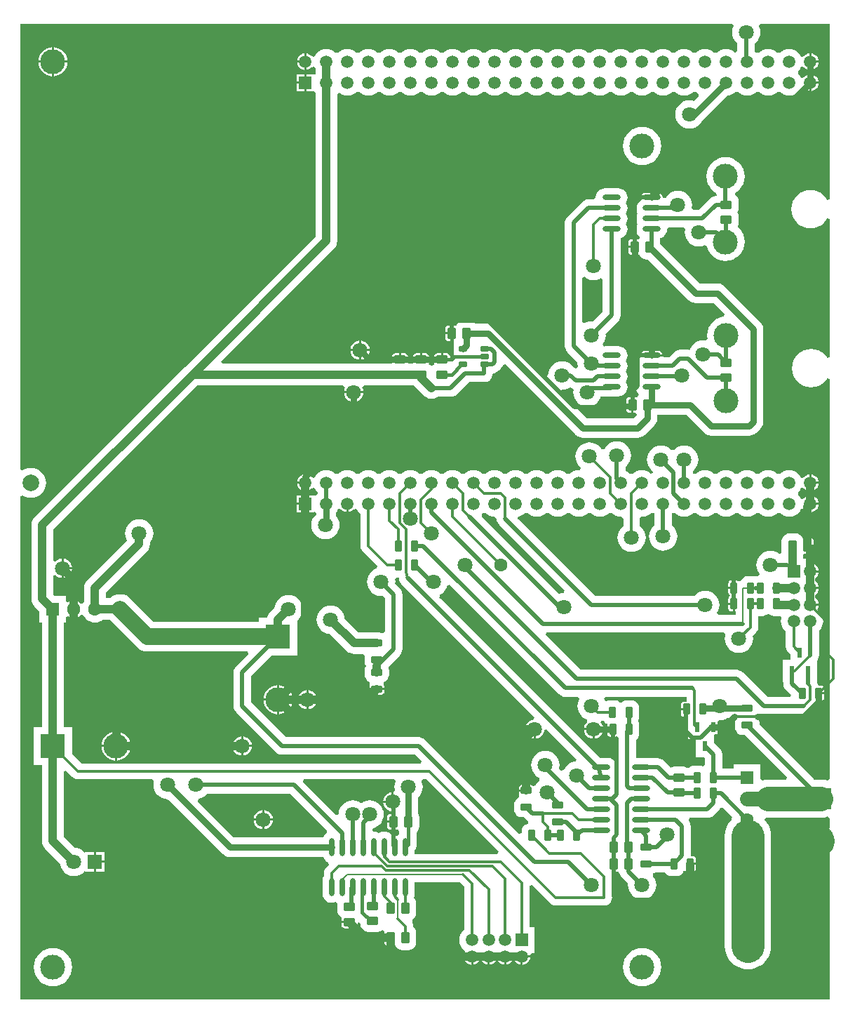
<source format=gbl>
%FSLAX44Y44*%
%MOMM*%
G71*
G01*
G75*
G04 Layer_Physical_Order=2*
G04 Layer_Color=16711680*
%ADD10R,6.2000X3.9000*%
%ADD11R,4.4000X3.3000*%
%ADD12C,0.5000*%
%ADD13C,0.3000*%
%ADD14C,1.0000*%
%ADD15C,2.0000*%
%ADD16C,0.7500*%
%ADD17C,3.0000*%
%ADD18R,3.0000X3.0000*%
%ADD19C,2.0000*%
%ADD20R,1.6000X1.6000*%
%ADD21C,1.6000*%
%ADD22C,1.5000*%
%ADD23R,1.5000X1.5000*%
%ADD24R,1.5000X1.5000*%
%ADD25R,1.6000X1.6000*%
%ADD26R,2.5000X2.5000*%
%ADD27R,2.5000X2.5000*%
%ADD28R,3.0000X3.0000*%
%ADD29C,1.8000*%
%ADD30R,1.8000X1.8000*%
%ADD31C,1.6000*%
%ADD32O,2.2000X0.6000*%
G04:AMPARAMS|DCode=33|XSize=1.4mm|YSize=1mm|CornerRadius=0.125mm|HoleSize=0mm|Usage=FLASHONLY|Rotation=270.000|XOffset=0mm|YOffset=0mm|HoleType=Round|Shape=RoundedRectangle|*
%AMROUNDEDRECTD33*
21,1,1.4000,0.7500,0,0,270.0*
21,1,1.1500,1.0000,0,0,270.0*
1,1,0.2500,-0.3750,-0.5750*
1,1,0.2500,-0.3750,0.5750*
1,1,0.2500,0.3750,0.5750*
1,1,0.2500,0.3750,-0.5750*
%
%ADD33ROUNDEDRECTD33*%
G04:AMPARAMS|DCode=34|XSize=1.4mm|YSize=1mm|CornerRadius=0.125mm|HoleSize=0mm|Usage=FLASHONLY|Rotation=0.000|XOffset=0mm|YOffset=0mm|HoleType=Round|Shape=RoundedRectangle|*
%AMROUNDEDRECTD34*
21,1,1.4000,0.7500,0,0,0.0*
21,1,1.1500,1.0000,0,0,0.0*
1,1,0.2500,0.5750,-0.3750*
1,1,0.2500,-0.5750,-0.3750*
1,1,0.2500,-0.5750,0.3750*
1,1,0.2500,0.5750,0.3750*
%
%ADD34ROUNDEDRECTD34*%
G04:AMPARAMS|DCode=35|XSize=1.3mm|YSize=0.8mm|CornerRadius=0.1mm|HoleSize=0mm|Usage=FLASHONLY|Rotation=0.000|XOffset=0mm|YOffset=0mm|HoleType=Round|Shape=RoundedRectangle|*
%AMROUNDEDRECTD35*
21,1,1.3000,0.6000,0,0,0.0*
21,1,1.1000,0.8000,0,0,0.0*
1,1,0.2000,0.5500,-0.3000*
1,1,0.2000,-0.5500,-0.3000*
1,1,0.2000,-0.5500,0.3000*
1,1,0.2000,0.5500,0.3000*
%
%ADD35ROUNDEDRECTD35*%
G04:AMPARAMS|DCode=36|XSize=1.3mm|YSize=0.8mm|CornerRadius=0.1mm|HoleSize=0mm|Usage=FLASHONLY|Rotation=90.000|XOffset=0mm|YOffset=0mm|HoleType=Round|Shape=RoundedRectangle|*
%AMROUNDEDRECTD36*
21,1,1.3000,0.6000,0,0,90.0*
21,1,1.1000,0.8000,0,0,90.0*
1,1,0.2000,0.3000,0.5500*
1,1,0.2000,0.3000,-0.5500*
1,1,0.2000,-0.3000,-0.5500*
1,1,0.2000,-0.3000,0.5500*
%
%ADD36ROUNDEDRECTD36*%
%ADD37R,0.6000X1.1500*%
G04:AMPARAMS|DCode=38|XSize=0.6mm|YSize=1mm|CornerRadius=0.075mm|HoleSize=0mm|Usage=FLASHONLY|Rotation=270.000|XOffset=0mm|YOffset=0mm|HoleType=Round|Shape=RoundedRectangle|*
%AMROUNDEDRECTD38*
21,1,0.6000,0.8500,0,0,270.0*
21,1,0.4500,1.0000,0,0,270.0*
1,1,0.1500,-0.4250,-0.2250*
1,1,0.1500,-0.4250,0.2250*
1,1,0.1500,0.4250,0.2250*
1,1,0.1500,0.4250,-0.2250*
%
%ADD38ROUNDEDRECTD38*%
%ADD39O,0.6000X2.2000*%
%ADD40C,4.0000*%
%ADD41C,3.0000*%
%ADD42C,1.8000*%
%ADD43C,0.2000*%
%ADD44C,0.4000*%
G36*
X1169801Y1141861D02*
X1171995Y1140178D01*
X1174549Y1139120D01*
X1177290Y1138759D01*
X1192726D01*
X1194268Y1136186D01*
X1193258Y1134297D01*
X1192286Y1131093D01*
X1191958Y1127760D01*
X1192286Y1124427D01*
X1193258Y1121223D01*
X1194837Y1118270D01*
X1196961Y1115681D01*
X1199550Y1113557D01*
X1202503Y1111978D01*
X1202503Y1111978D01*
X1202503D01*
X1203565Y1111300D01*
X1203556Y1111306D01*
X1203686Y1108309D01*
X1203350Y1108050D01*
X1201500Y1105640D01*
X1200337Y1102832D01*
X1200108Y1101090D01*
X1223052D01*
X1222823Y1102832D01*
X1221660Y1105640D01*
X1219951Y1107867D01*
X1220456Y1108892D01*
X1220981Y1109576D01*
X1223981Y1109576D01*
X1225021Y1108221D01*
X1226901Y1106778D01*
X1228176Y1106251D01*
X1227991Y1105320D01*
Y1101090D01*
X1234600D01*
Y1099820D01*
X1235870D01*
Y1090711D01*
X1237600D01*
X1238981Y1090985D01*
X1238984Y1090987D01*
X1241629Y1089573D01*
Y1059077D01*
X1238687Y1058492D01*
X1238208Y1059648D01*
X1236445Y1061945D01*
X1234147Y1063708D01*
X1231472Y1064817D01*
X1228600Y1065195D01*
X1219402D01*
X1025347Y1259250D01*
D01*
Y1259250D01*
X1025458Y1259995D01*
X1025787Y1262218D01*
Y1262218D01*
X1028030Y1263417D01*
X1030619Y1265541D01*
X1032743Y1268130D01*
X1034322Y1271083D01*
X1034931Y1273092D01*
X1037841Y1273821D01*
X1169801Y1141861D01*
D02*
G37*
G36*
X1424861Y1237589D02*
X1427050Y1236682D01*
X1429400Y1236372D01*
X1435400D01*
X1436338Y1236496D01*
X1438279Y1234208D01*
X1437924Y1233038D01*
X1437625Y1230000D01*
X1437924Y1226962D01*
X1438811Y1224040D01*
X1440250Y1221347D01*
X1442187Y1218987D01*
X1443618Y1217812D01*
Y1199650D01*
X1443945Y1197170D01*
X1444902Y1194859D01*
X1446425Y1192875D01*
X1449500Y1189799D01*
Y1183600D01*
X1440000D01*
Y1156100D01*
X1440409D01*
X1440409Y1155200D01*
X1440409Y1155200D01*
X1440409D01*
X1440770Y1152459D01*
X1441828Y1149905D01*
X1443511Y1147711D01*
X1450100Y1141122D01*
X1448952Y1138351D01*
X1421707D01*
X1391789Y1168269D01*
X1389595Y1169952D01*
X1388537Y1170390D01*
X1387041Y1171010D01*
X1384300Y1171371D01*
X1195647D01*
X1153560Y1213458D01*
X1154708Y1216229D01*
X1368738D01*
X1370525Y1213820D01*
X1370086Y1212373D01*
X1369758Y1209040D01*
X1370086Y1205707D01*
X1371058Y1202503D01*
X1372637Y1199550D01*
X1374761Y1196961D01*
X1377350Y1194837D01*
X1380303Y1193258D01*
X1383507Y1192286D01*
X1386840Y1191958D01*
X1390173Y1192286D01*
X1393377Y1193258D01*
X1396330Y1194837D01*
X1398919Y1196961D01*
X1401043Y1199550D01*
X1402622Y1202503D01*
X1403594Y1205707D01*
X1403922Y1209040D01*
X1403606Y1212255D01*
X1407426Y1216075D01*
X1408948Y1218059D01*
X1409229Y1218736D01*
X1409906Y1220370D01*
X1410232Y1222850D01*
Y1236372D01*
X1415400D01*
X1417749Y1236682D01*
X1419939Y1237589D01*
X1421819Y1239031D01*
X1422981D01*
X1424861Y1237589D01*
D02*
G37*
G36*
X1202090Y1644417D02*
X1205043Y1642838D01*
X1208247Y1641866D01*
X1211580Y1641538D01*
X1214913Y1641866D01*
X1218117Y1642838D01*
X1220136Y1643917D01*
X1222709Y1642375D01*
Y1603447D01*
X1210956Y1591694D01*
X1209040Y1591882D01*
X1205707Y1591554D01*
X1202503Y1590582D01*
X1200614Y1589572D01*
X1198041Y1591115D01*
Y1644231D01*
X1200753Y1645514D01*
X1202090Y1644417D01*
D02*
G37*
G36*
X1081187Y1360587D02*
X1083547Y1358650D01*
X1086240Y1357211D01*
X1089162Y1356324D01*
X1092200Y1356025D01*
X1092230Y1356028D01*
X1094316Y1353872D01*
X1094309Y1353820D01*
X1094670Y1351079D01*
X1095728Y1348525D01*
X1097411Y1346331D01*
X1176334Y1267409D01*
X1176132Y1265357D01*
X1175715Y1264192D01*
X1172687Y1263894D01*
X1169984Y1263074D01*
X1076458Y1356599D01*
X1076605Y1359596D01*
X1077813Y1360587D01*
X1078000Y1360814D01*
X1081000D01*
X1081187Y1360587D01*
D02*
G37*
G36*
X1382858Y1110554D02*
X1382732Y1110249D01*
X1382422Y1107900D01*
Y1101900D01*
X1382732Y1099550D01*
X1383638Y1097361D01*
X1385081Y1095481D01*
X1386961Y1094038D01*
X1389151Y1093132D01*
X1391500Y1092822D01*
X1394100D01*
X1445040Y1041883D01*
X1443892Y1039111D01*
X1422400D01*
X1417891Y1038667D01*
X1415410Y1037914D01*
X1413000Y1039702D01*
Y1057400D01*
X1381000D01*
Y1051991D01*
X1366791D01*
Y1069500D01*
X1366430Y1072241D01*
X1365372Y1074795D01*
X1363689Y1076989D01*
X1357200Y1083477D01*
Y1093250D01*
D01*
Y1093250D01*
X1357660Y1093710D01*
X1361240D01*
Y1100730D01*
X1355700D01*
Y1103270D01*
X1361240D01*
Y1108714D01*
X1363463Y1110729D01*
X1363980Y1110678D01*
X1367313Y1111006D01*
X1370517Y1111978D01*
X1372520Y1113049D01*
X1381191D01*
X1382858Y1110554D01*
D02*
G37*
G36*
X889496Y977666D02*
X889300Y974673D01*
X887505Y973295D01*
X885742Y970997D01*
X885039Y969301D01*
X777199D01*
X733594Y1012907D01*
X734604Y1015732D01*
X734853Y1015756D01*
X738057Y1016728D01*
X741010Y1018307D01*
X743599Y1020431D01*
X744820Y1021919D01*
X845243D01*
X889496Y977666D01*
D02*
G37*
G36*
X1096775Y952154D02*
X1095627Y949382D01*
X995405D01*
X995345Y949450D01*
Y954327D01*
X996795Y956217D01*
X997803Y958650D01*
X998146Y961260D01*
Y975513D01*
X998407Y975713D01*
X999890Y977645D01*
X1000822Y979895D01*
X1001140Y982310D01*
Y993810D01*
X1000822Y996225D01*
X999911Y998423D01*
Y1017704D01*
X1000139Y1017891D01*
X1002263Y1020480D01*
X1003842Y1023433D01*
X1004814Y1026637D01*
X1005142Y1029970D01*
X1004814Y1033303D01*
X1003842Y1036507D01*
X1003651Y1036865D01*
X1005193Y1039438D01*
X1009491D01*
X1096775Y952154D01*
D02*
G37*
G36*
X1323918Y1133059D02*
X1320500D01*
X1319119Y1132785D01*
X1317948Y1132002D01*
X1317165Y1130831D01*
X1316891Y1129450D01*
Y1125220D01*
X1323500D01*
Y1122680D01*
X1316891D01*
Y1118450D01*
X1317165Y1117069D01*
X1317948Y1115898D01*
X1319119Y1115115D01*
X1320500Y1114841D01*
X1323918D01*
Y1105200D01*
X1324245Y1102720D01*
X1325202Y1100409D01*
X1325700Y1099760D01*
Y1088250D01*
X1335200D01*
Y1065750D01*
X1344973D01*
X1345609Y1065113D01*
Y1056687D01*
X1343115Y1055020D01*
X1341550Y1055668D01*
X1339200Y1055978D01*
X1333200D01*
X1330851Y1055668D01*
X1328661Y1054762D01*
X1326781Y1053319D01*
X1325047Y1053091D01*
X1324865Y1053230D01*
X1322615Y1054162D01*
X1320200Y1054480D01*
X1308700D01*
X1306285Y1054162D01*
X1304645Y1053482D01*
X1296539Y1061589D01*
X1294345Y1063272D01*
X1293287Y1063710D01*
X1291791Y1064330D01*
X1289050Y1064691D01*
X1279776D01*
X1279472Y1064817D01*
X1276600Y1065195D01*
X1262811D01*
Y1086974D01*
X1264019Y1087901D01*
X1265462Y1089781D01*
X1266368Y1091971D01*
X1266678Y1094320D01*
Y1105320D01*
X1266368Y1107670D01*
X1265462Y1109859D01*
X1265288Y1110084D01*
X1265302Y1110101D01*
X1266208Y1112290D01*
X1266518Y1114640D01*
Y1125640D01*
X1266208Y1127990D01*
X1265302Y1130179D01*
X1263859Y1132059D01*
X1261979Y1133502D01*
X1259790Y1134408D01*
X1257440Y1134718D01*
X1251440D01*
X1249090Y1134408D01*
X1246901Y1133502D01*
X1245021Y1132059D01*
X1243859D01*
X1241979Y1133502D01*
X1239790Y1134408D01*
X1237440Y1134718D01*
X1231440D01*
X1229090Y1134408D01*
X1226901Y1133502D01*
X1225259Y1134029D01*
X1224202Y1136837D01*
X1225355Y1138759D01*
X1323918D01*
Y1133059D01*
D02*
G37*
G36*
X972469Y1036865D02*
X972278Y1036507D01*
X971306Y1033303D01*
X970978Y1029970D01*
X971306Y1026637D01*
X971485Y1026047D01*
X970280Y1024626D01*
Y1012190D01*
X969010D01*
Y1010920D01*
X957538D01*
X957767Y1009177D01*
X958930Y1006370D01*
X960780Y1003960D01*
X963190Y1002110D01*
X965997Y1000947D01*
X968119Y1000668D01*
X967922Y997674D01*
X966310D01*
X964831Y997380D01*
X963577Y996542D01*
X962740Y995289D01*
X962446Y993810D01*
Y989330D01*
X970060D01*
Y988060D01*
X971330D01*
Y978446D01*
X973810D01*
X975289Y978740D01*
X975847Y978571D01*
X976230Y977645D01*
X977104Y976506D01*
X976713Y973532D01*
X976405Y973295D01*
X974641Y970997D01*
X974619Y970944D01*
X973712Y970669D01*
X972820Y970846D01*
Y957450D01*
X970280D01*
Y970846D01*
X969388Y970669D01*
X968481Y970944D01*
X968458Y970997D01*
X966695Y973295D01*
X964398Y975059D01*
X961722Y976167D01*
X958850Y976545D01*
X955978Y976167D01*
X953303Y975059D01*
X952500Y974443D01*
X951697Y975059D01*
X949022Y976167D01*
X946150Y976545D01*
X944929Y977616D01*
X945563Y980548D01*
X947607Y981168D01*
X950560Y982747D01*
X953149Y984871D01*
X955273Y987460D01*
X956852Y990413D01*
X957824Y993617D01*
X958152Y996950D01*
X957824Y1000283D01*
X956852Y1003487D01*
X955273Y1006440D01*
X953149Y1009029D01*
X950560Y1011153D01*
X947607Y1012732D01*
X944403Y1013704D01*
X941070Y1014032D01*
X937737Y1013704D01*
X934533Y1012732D01*
X931580Y1011153D01*
X930910Y1010604D01*
X930240Y1011153D01*
X927287Y1012732D01*
X924083Y1013704D01*
X920750Y1014032D01*
X917417Y1013704D01*
X914213Y1012732D01*
X911260Y1011153D01*
X908671Y1009029D01*
X906547Y1006440D01*
X904968Y1003487D01*
X903996Y1000283D01*
X903698Y997255D01*
X902533Y996838D01*
X900481Y996636D01*
X860451Y1036666D01*
X861599Y1039438D01*
X970927D01*
X972469Y1036865D01*
D02*
G37*
G36*
X1496418Y1738727D02*
X1493508Y1737998D01*
X1492416Y1740040D01*
X1489542Y1743542D01*
X1486040Y1746416D01*
X1482044Y1748552D01*
X1477709Y1749867D01*
X1473200Y1750311D01*
X1468691Y1749867D01*
X1464356Y1748552D01*
X1460360Y1746416D01*
X1456858Y1743542D01*
X1453984Y1740040D01*
X1451848Y1736044D01*
X1450533Y1731709D01*
X1450089Y1727200D01*
X1450533Y1722691D01*
X1451848Y1718356D01*
X1453984Y1714360D01*
X1456858Y1710858D01*
X1460360Y1707984D01*
X1464356Y1705848D01*
X1468691Y1704533D01*
X1473200Y1704089D01*
X1477709Y1704533D01*
X1482044Y1705848D01*
X1486040Y1707984D01*
X1489542Y1710858D01*
X1492416Y1714360D01*
X1493508Y1716402D01*
X1496418Y1715673D01*
Y1548510D01*
X1493508Y1547781D01*
X1493316Y1548140D01*
X1490442Y1551642D01*
X1486940Y1554516D01*
X1482944Y1556652D01*
X1478609Y1557967D01*
X1474100Y1558411D01*
X1469591Y1557967D01*
X1465256Y1556652D01*
X1461260Y1554516D01*
X1457758Y1551642D01*
X1454884Y1548140D01*
X1452748Y1544144D01*
X1451433Y1539809D01*
X1450989Y1535300D01*
X1451433Y1530791D01*
X1452748Y1526456D01*
X1454884Y1522460D01*
X1457758Y1518958D01*
X1461260Y1516084D01*
X1465256Y1513948D01*
X1469591Y1512633D01*
X1474100Y1512189D01*
X1478609Y1512633D01*
X1482944Y1513948D01*
X1486940Y1516084D01*
X1490442Y1518958D01*
X1493316Y1522460D01*
X1493508Y1522819D01*
X1496418Y1522090D01*
Y1040483D01*
X1495425Y1038626D01*
X1494008Y1037575D01*
X1490409Y1038667D01*
X1485900Y1039111D01*
X1477766D01*
X1411578Y1105300D01*
Y1107900D01*
X1411268Y1110249D01*
X1410361Y1112439D01*
X1408919Y1114319D01*
Y1115481D01*
X1410361Y1117361D01*
X1412025Y1118588D01*
Y1118588D01*
X1412025Y1118588D01*
X1414579Y1117530D01*
X1417320Y1117169D01*
X1465580D01*
X1468321Y1117530D01*
X1470875Y1118588D01*
X1473069Y1120271D01*
X1474752Y1122465D01*
X1475399Y1124029D01*
X1479975Y1128605D01*
X1481498Y1130589D01*
X1482455Y1132900D01*
X1482586Y1133891D01*
X1486200D01*
X1487581Y1134165D01*
X1488752Y1134948D01*
X1489535Y1136119D01*
X1489809Y1137500D01*
Y1141730D01*
X1483200D01*
Y1144270D01*
X1489809D01*
Y1148500D01*
X1489535Y1149881D01*
X1488752Y1151052D01*
X1487581Y1151835D01*
X1486200Y1152109D01*
X1482702D01*
X1482455Y1153980D01*
X1481498Y1156291D01*
X1481000Y1156940D01*
Y1181637D01*
X1482372Y1183425D01*
X1483430Y1185979D01*
X1483791Y1188720D01*
Y1218640D01*
X1484213Y1218987D01*
X1486150Y1221347D01*
X1487589Y1224040D01*
X1488476Y1226962D01*
X1488775Y1230000D01*
X1488476Y1233038D01*
X1487589Y1235960D01*
X1486150Y1238653D01*
X1484213Y1241013D01*
X1481853Y1242950D01*
X1481544Y1244381D01*
X1481970Y1244937D01*
X1482982Y1247379D01*
X1483159Y1248730D01*
X1473200D01*
Y1251270D01*
X1483159D01*
X1482982Y1252621D01*
X1481970Y1255063D01*
X1480361Y1257161D01*
X1478615Y1258500D01*
Y1261500D01*
X1480361Y1262839D01*
X1481970Y1264937D01*
X1482982Y1267379D01*
X1483159Y1268730D01*
X1473200D01*
Y1271270D01*
X1483159D01*
X1482982Y1272621D01*
X1481970Y1275063D01*
X1480361Y1277161D01*
X1478615Y1278500D01*
Y1281500D01*
X1480361Y1282839D01*
X1481970Y1284937D01*
X1482982Y1287379D01*
X1483159Y1288730D01*
X1473200D01*
Y1290000D01*
X1471930D01*
Y1299959D01*
X1470956Y1299831D01*
X1468700Y1301809D01*
Y1305500D01*
X1464612D01*
Y1310252D01*
X1465750Y1311186D01*
X1468230D01*
Y1320800D01*
Y1330414D01*
X1465750D01*
X1464271Y1330120D01*
X1463713Y1330289D01*
X1463330Y1331215D01*
X1461847Y1333147D01*
X1459915Y1334630D01*
X1457665Y1335562D01*
X1455250Y1335880D01*
X1447750D01*
X1445335Y1335562D01*
X1443085Y1334630D01*
X1441153Y1333147D01*
X1439670Y1331215D01*
X1438738Y1328965D01*
X1438420Y1326550D01*
Y1321046D01*
X1438388Y1320800D01*
Y1312404D01*
X1435676Y1311121D01*
X1434430Y1312143D01*
X1431477Y1313722D01*
X1428273Y1314694D01*
X1424940Y1315022D01*
X1421607Y1314694D01*
X1418403Y1313722D01*
X1415450Y1312143D01*
X1412861Y1310019D01*
X1410737Y1307430D01*
X1409158Y1304477D01*
X1408186Y1301273D01*
X1407858Y1297940D01*
X1408186Y1294607D01*
X1409158Y1291403D01*
X1410737Y1288450D01*
X1411689Y1287290D01*
X1410406Y1284578D01*
X1409400D01*
X1407050Y1284268D01*
X1406525Y1284051D01*
X1405999Y1284268D01*
X1403650Y1284578D01*
X1397650D01*
X1395300Y1284268D01*
X1393111Y1283362D01*
X1391231Y1281919D01*
X1389789Y1280039D01*
X1389198Y1278614D01*
X1388923Y1278500D01*
X1385532D01*
X1385031Y1278835D01*
X1383650Y1279109D01*
X1381920D01*
Y1270000D01*
X1380650D01*
Y1268730D01*
X1374041D01*
Y1264500D01*
X1374315Y1263119D01*
X1375098Y1261948D01*
X1376269Y1261165D01*
X1376269Y1261165D01*
X1375098Y1259002D01*
X1375098Y1259002D01*
X1375098D01*
X1374315Y1257831D01*
X1374041Y1256450D01*
Y1252220D01*
X1380650D01*
Y1250950D01*
X1381920D01*
Y1241841D01*
X1382842D01*
Y1237411D01*
X1361631D01*
X1360348Y1240123D01*
X1360403Y1240190D01*
X1361982Y1243143D01*
X1362954Y1246347D01*
X1363282Y1249680D01*
X1362954Y1253013D01*
X1361982Y1256217D01*
X1360403Y1259170D01*
X1358279Y1261759D01*
X1355690Y1263883D01*
X1352737Y1265462D01*
X1349533Y1266434D01*
X1346200Y1266762D01*
X1342867Y1266434D01*
X1339663Y1265462D01*
X1336710Y1263883D01*
X1334121Y1261759D01*
X1332900Y1260271D01*
X1213427D01*
X1120196Y1353501D01*
X1120925Y1356411D01*
X1123560Y1357211D01*
X1126253Y1358650D01*
X1128613Y1360587D01*
X1128800Y1360814D01*
X1131800D01*
X1131987Y1360587D01*
X1134347Y1358650D01*
X1137040Y1357211D01*
X1139961Y1356324D01*
X1143000Y1356025D01*
X1146039Y1356324D01*
X1148960Y1357211D01*
X1151653Y1358650D01*
X1154013Y1360587D01*
X1154200Y1360814D01*
X1157200D01*
X1157387Y1360587D01*
X1159747Y1358650D01*
X1162440Y1357211D01*
X1165361Y1356324D01*
X1168400Y1356025D01*
X1171439Y1356324D01*
X1174360Y1357211D01*
X1177053Y1358650D01*
X1179413Y1360587D01*
X1179600Y1360814D01*
X1182600D01*
X1182787Y1360587D01*
X1185147Y1358650D01*
X1187840Y1357211D01*
X1190761Y1356324D01*
X1193800Y1356025D01*
X1196839Y1356324D01*
X1199760Y1357211D01*
X1202453Y1358650D01*
X1204813Y1360587D01*
X1205000Y1360814D01*
X1208000D01*
X1208187Y1360587D01*
X1210547Y1358650D01*
X1213240Y1357211D01*
X1216161Y1356324D01*
X1219200Y1356025D01*
X1222238Y1356324D01*
X1225160Y1357211D01*
X1227853Y1358650D01*
X1230213Y1360587D01*
X1230400Y1360814D01*
X1233400D01*
X1233587Y1360587D01*
X1235947Y1358650D01*
X1238640Y1357211D01*
X1241562Y1356324D01*
X1244600Y1356025D01*
X1245495Y1356113D01*
X1247718Y1354099D01*
Y1345088D01*
X1245221Y1343039D01*
X1243097Y1340450D01*
X1241518Y1337497D01*
X1240546Y1334293D01*
X1240218Y1330960D01*
X1240546Y1327627D01*
X1241518Y1324423D01*
X1243097Y1321470D01*
X1245221Y1318881D01*
X1247810Y1316757D01*
X1250763Y1315178D01*
X1253967Y1314206D01*
X1257300Y1313878D01*
X1260633Y1314206D01*
X1263837Y1315178D01*
X1266790Y1316757D01*
X1269379Y1318881D01*
X1271503Y1321470D01*
X1273082Y1324423D01*
X1274054Y1327627D01*
X1274382Y1330960D01*
X1274054Y1334293D01*
X1273082Y1337497D01*
X1271503Y1340450D01*
X1269379Y1343039D01*
X1266882Y1345088D01*
Y1354099D01*
X1269105Y1356113D01*
X1270000Y1356025D01*
X1273038Y1356324D01*
X1275960Y1357211D01*
X1278653Y1358650D01*
X1281013Y1360587D01*
X1281200Y1360814D01*
X1284200D01*
X1284387Y1360587D01*
X1284809Y1360240D01*
Y1345530D01*
X1283321Y1344309D01*
X1281197Y1341720D01*
X1279618Y1338767D01*
X1278646Y1335563D01*
X1278318Y1332230D01*
X1278646Y1328897D01*
X1279618Y1325693D01*
X1281197Y1322740D01*
X1283321Y1320151D01*
X1285910Y1318027D01*
X1288863Y1316448D01*
X1292067Y1315476D01*
X1295400Y1315148D01*
X1298733Y1315476D01*
X1301937Y1316448D01*
X1304890Y1318027D01*
X1307479Y1320151D01*
X1309603Y1322740D01*
X1311182Y1325693D01*
X1312154Y1328897D01*
X1312482Y1332230D01*
X1312154Y1335563D01*
X1311182Y1338767D01*
X1309603Y1341720D01*
X1307479Y1344309D01*
X1305991Y1345530D01*
Y1360240D01*
X1306413Y1360587D01*
X1306600Y1360814D01*
X1309600D01*
X1309787Y1360587D01*
X1312147Y1358650D01*
X1314840Y1357211D01*
X1317762Y1356324D01*
X1320800Y1356025D01*
X1323839Y1356324D01*
X1326760Y1357211D01*
X1329453Y1358650D01*
X1331813Y1360587D01*
X1332000Y1360814D01*
X1335000D01*
X1335187Y1360587D01*
X1337547Y1358650D01*
X1340240Y1357211D01*
X1343161Y1356324D01*
X1346200Y1356025D01*
X1349238Y1356324D01*
X1352160Y1357211D01*
X1354853Y1358650D01*
X1357213Y1360587D01*
X1357400Y1360814D01*
X1360400D01*
X1360587Y1360587D01*
X1362947Y1358650D01*
X1365640Y1357211D01*
X1368562Y1356324D01*
X1371600Y1356025D01*
X1374639Y1356324D01*
X1377560Y1357211D01*
X1380253Y1358650D01*
X1382613Y1360587D01*
X1382800Y1360814D01*
X1385800D01*
X1385987Y1360587D01*
X1388347Y1358650D01*
X1391040Y1357211D01*
X1393961Y1356324D01*
X1397000Y1356025D01*
X1400038Y1356324D01*
X1402960Y1357211D01*
X1405653Y1358650D01*
X1408013Y1360587D01*
X1408200Y1360814D01*
X1411200D01*
X1411387Y1360587D01*
X1413747Y1358650D01*
X1416440Y1357211D01*
X1419362Y1356324D01*
X1422400Y1356025D01*
X1425439Y1356324D01*
X1428360Y1357211D01*
X1431053Y1358650D01*
X1433413Y1360587D01*
X1433600Y1360814D01*
X1436600D01*
X1436787Y1360587D01*
X1439147Y1358650D01*
X1441840Y1357211D01*
X1444762Y1356324D01*
X1447800Y1356025D01*
X1450838Y1356324D01*
X1453760Y1357211D01*
X1456453Y1358650D01*
X1458813Y1360587D01*
X1460750Y1362947D01*
X1462087Y1365448D01*
X1462664Y1365496D01*
X1466007Y1364482D01*
X1466039Y1364439D01*
X1468137Y1362830D01*
X1470579Y1361818D01*
X1471930Y1361641D01*
Y1371600D01*
Y1381559D01*
X1470579Y1381382D01*
X1468137Y1380370D01*
X1466039Y1378761D01*
X1466007Y1378718D01*
X1462664Y1377704D01*
X1462087Y1377752D01*
X1460750Y1380253D01*
X1458813Y1382613D01*
X1458586Y1382800D01*
Y1385800D01*
X1458813Y1385987D01*
X1460750Y1388347D01*
X1462087Y1390848D01*
X1462664Y1390896D01*
X1466007Y1389882D01*
X1466039Y1389839D01*
X1468137Y1388230D01*
X1470579Y1387218D01*
X1471930Y1387041D01*
Y1397000D01*
Y1406959D01*
X1470579Y1406782D01*
X1468137Y1405770D01*
X1466039Y1404161D01*
X1466007Y1404118D01*
X1462664Y1403104D01*
X1462087Y1403152D01*
X1460750Y1405653D01*
X1458813Y1408013D01*
X1456453Y1409950D01*
X1453760Y1411389D01*
X1450838Y1412276D01*
X1447800Y1412575D01*
X1444762Y1412276D01*
X1441840Y1411389D01*
X1439147Y1409950D01*
X1436787Y1408013D01*
X1436600Y1407786D01*
X1433600D01*
X1433413Y1408013D01*
X1431053Y1409950D01*
X1428360Y1411389D01*
X1425439Y1412276D01*
X1422400Y1412575D01*
X1419362Y1412276D01*
X1416440Y1411389D01*
X1413747Y1409950D01*
X1411387Y1408013D01*
X1411200Y1407786D01*
X1408200D01*
X1408013Y1408013D01*
X1405653Y1409950D01*
X1402960Y1411389D01*
X1400038Y1412276D01*
X1397000Y1412575D01*
X1393961Y1412276D01*
X1391040Y1411389D01*
X1388347Y1409950D01*
X1385987Y1408013D01*
X1385800Y1407786D01*
X1382800D01*
X1382613Y1408013D01*
X1380253Y1409950D01*
X1377560Y1411389D01*
X1374639Y1412276D01*
X1371600Y1412575D01*
X1368562Y1412276D01*
X1365640Y1411389D01*
X1362947Y1409950D01*
X1360587Y1408013D01*
X1360400Y1407786D01*
X1357400D01*
X1357213Y1408013D01*
X1354853Y1409950D01*
X1352160Y1411389D01*
X1349238Y1412276D01*
X1346200Y1412575D01*
X1343161Y1412276D01*
X1340240Y1411389D01*
X1337547Y1409950D01*
X1335187Y1408013D01*
X1335000Y1407786D01*
X1332000D01*
X1331813Y1408013D01*
X1331391Y1408360D01*
Y1411640D01*
X1332879Y1412861D01*
X1335003Y1415450D01*
X1336582Y1418403D01*
X1337554Y1421607D01*
X1337882Y1424940D01*
X1337554Y1428273D01*
X1336582Y1431477D01*
X1335003Y1434430D01*
X1332879Y1437019D01*
X1330290Y1439143D01*
X1327337Y1440722D01*
X1324133Y1441694D01*
X1320800Y1442022D01*
X1317467Y1441694D01*
X1314263Y1440722D01*
X1311310Y1439143D01*
X1308721Y1437019D01*
X1308330Y1436543D01*
X1305330D01*
X1304939Y1437019D01*
X1302350Y1439143D01*
X1299397Y1440722D01*
X1296193Y1441694D01*
X1292860Y1442022D01*
X1289527Y1441694D01*
X1286323Y1440722D01*
X1283370Y1439143D01*
X1280781Y1437019D01*
X1278657Y1434430D01*
X1277078Y1431477D01*
X1276106Y1428273D01*
X1275778Y1424940D01*
X1276106Y1421607D01*
X1277078Y1418403D01*
X1278657Y1415450D01*
X1280781Y1412861D01*
X1283370Y1410737D01*
X1283446Y1410696D01*
X1283143Y1409484D01*
X1282258Y1408406D01*
X1281129Y1407872D01*
X1281013Y1408013D01*
X1278653Y1409950D01*
X1275960Y1411389D01*
X1273038Y1412276D01*
X1270000Y1412575D01*
X1266962Y1412276D01*
X1264040Y1411389D01*
X1261347Y1409950D01*
X1258987Y1408013D01*
X1258800Y1407786D01*
X1255800D01*
X1255613Y1408013D01*
X1253253Y1409950D01*
X1250560Y1411389D01*
X1250111Y1411526D01*
Y1416720D01*
X1251599Y1417941D01*
X1253723Y1420530D01*
X1255302Y1423483D01*
X1256274Y1426687D01*
X1256602Y1430020D01*
X1256274Y1433353D01*
X1255302Y1436557D01*
X1253723Y1439510D01*
X1251599Y1442099D01*
X1249010Y1444223D01*
X1246057Y1445802D01*
X1242853Y1446774D01*
X1239520Y1447102D01*
X1236187Y1446774D01*
X1232983Y1445802D01*
X1230030Y1444223D01*
X1227441Y1442099D01*
X1225317Y1439510D01*
X1224171Y1437366D01*
X1221171D01*
X1220703Y1438240D01*
X1218579Y1440829D01*
X1215990Y1442953D01*
X1213037Y1444532D01*
X1209833Y1445504D01*
X1206500Y1445832D01*
X1203167Y1445504D01*
X1199963Y1444532D01*
X1197010Y1442953D01*
X1194421Y1440829D01*
X1192297Y1438240D01*
X1190718Y1435287D01*
X1189746Y1432083D01*
X1189418Y1428750D01*
X1189746Y1425417D01*
X1190718Y1422213D01*
X1192297Y1419260D01*
X1194421Y1416671D01*
X1196183Y1415225D01*
X1195035Y1412453D01*
X1193800Y1412575D01*
X1190761Y1412276D01*
X1187840Y1411389D01*
X1185147Y1409950D01*
X1182787Y1408013D01*
X1182600Y1407786D01*
X1179600D01*
X1179413Y1408013D01*
X1177053Y1409950D01*
X1174360Y1411389D01*
X1171439Y1412276D01*
X1168400Y1412575D01*
X1165361Y1412276D01*
X1162440Y1411389D01*
X1159747Y1409950D01*
X1157387Y1408013D01*
X1157200Y1407786D01*
X1154200D01*
X1154013Y1408013D01*
X1151653Y1409950D01*
X1148960Y1411389D01*
X1146039Y1412276D01*
X1143000Y1412575D01*
X1139961Y1412276D01*
X1137040Y1411389D01*
X1134347Y1409950D01*
X1131987Y1408013D01*
X1131800Y1407786D01*
X1128800D01*
X1128613Y1408013D01*
X1126253Y1409950D01*
X1123560Y1411389D01*
X1120639Y1412276D01*
X1117600Y1412575D01*
X1114561Y1412276D01*
X1111640Y1411389D01*
X1108947Y1409950D01*
X1106587Y1408013D01*
X1106400Y1407786D01*
X1103400D01*
X1103213Y1408013D01*
X1100853Y1409950D01*
X1098160Y1411389D01*
X1095238Y1412276D01*
X1092200Y1412575D01*
X1089162Y1412276D01*
X1086240Y1411389D01*
X1083547Y1409950D01*
X1081187Y1408013D01*
X1081000Y1407786D01*
X1078000D01*
X1077813Y1408013D01*
X1075453Y1409950D01*
X1072760Y1411389D01*
X1069838Y1412276D01*
X1066800Y1412575D01*
X1063762Y1412276D01*
X1060840Y1411389D01*
X1058147Y1409950D01*
X1055787Y1408013D01*
X1055600Y1407786D01*
X1052600D01*
X1052413Y1408013D01*
X1050053Y1409950D01*
X1047360Y1411389D01*
X1044438Y1412276D01*
X1041400Y1412575D01*
X1038362Y1412276D01*
X1035440Y1411389D01*
X1032747Y1409950D01*
X1030387Y1408013D01*
X1030200Y1407786D01*
X1027200D01*
X1027013Y1408013D01*
X1024653Y1409950D01*
X1021960Y1411389D01*
X1019038Y1412276D01*
X1016000Y1412575D01*
X1012962Y1412276D01*
X1010040Y1411389D01*
X1007347Y1409950D01*
X1004987Y1408013D01*
X1004800Y1407786D01*
X1001800D01*
X1001613Y1408013D01*
X999253Y1409950D01*
X996560Y1411389D01*
X993639Y1412276D01*
X990600Y1412575D01*
X987561Y1412276D01*
X984640Y1411389D01*
X981947Y1409950D01*
X979587Y1408013D01*
X979400Y1407786D01*
X976400D01*
X976213Y1408013D01*
X973853Y1409950D01*
X971160Y1411389D01*
X968239Y1412276D01*
X965200Y1412575D01*
X962161Y1412276D01*
X959240Y1411389D01*
X956547Y1409950D01*
X954187Y1408013D01*
X954000Y1407786D01*
X951000D01*
X950813Y1408013D01*
X948453Y1409950D01*
X945760Y1411389D01*
X942839Y1412276D01*
X939800Y1412575D01*
X936761Y1412276D01*
X933840Y1411389D01*
X931147Y1409950D01*
X928787Y1408013D01*
X928600Y1407786D01*
X925600D01*
X925413Y1408013D01*
X923053Y1409950D01*
X920360Y1411389D01*
X917439Y1412276D01*
X914400Y1412575D01*
X911361Y1412276D01*
X908440Y1411389D01*
X905747Y1409950D01*
X903387Y1408013D01*
X903200Y1407786D01*
X900200D01*
X900013Y1408013D01*
X897653Y1409950D01*
X894960Y1411389D01*
X892038Y1412276D01*
X889000Y1412575D01*
X885962Y1412276D01*
X883040Y1411389D01*
X880347Y1409950D01*
X877987Y1408013D01*
X876050Y1405653D01*
X874713Y1403152D01*
X874136Y1403104D01*
X870793Y1404118D01*
X870761Y1404161D01*
X868663Y1405770D01*
X866221Y1406782D01*
X864870Y1406959D01*
Y1397000D01*
Y1387041D01*
X866221Y1387218D01*
X868663Y1388230D01*
X870761Y1389839D01*
X870793Y1389882D01*
X874136Y1390896D01*
X874713Y1390848D01*
X876050Y1388347D01*
X877987Y1385987D01*
X878214Y1385800D01*
Y1383688D01*
Y1383761D01*
X876093Y1381640D01*
X873640D01*
Y1381640D01*
X864870D01*
Y1371600D01*
Y1361560D01*
X873640D01*
Y1361560D01*
X874138Y1361846D01*
X876658Y1360219D01*
X876539Y1359008D01*
X875651Y1358279D01*
X873527Y1355690D01*
X871948Y1352737D01*
X870976Y1349533D01*
X870648Y1346200D01*
X870976Y1342867D01*
X871948Y1339663D01*
X873527Y1336710D01*
X875651Y1334121D01*
X878240Y1331997D01*
X881193Y1330418D01*
X884397Y1329446D01*
X887730Y1329118D01*
X891063Y1329446D01*
X894267Y1330418D01*
X897220Y1331997D01*
X899809Y1334121D01*
X901933Y1336710D01*
X903512Y1339663D01*
X904484Y1342867D01*
X904812Y1346200D01*
X904484Y1349533D01*
X903512Y1352737D01*
X901933Y1355690D01*
X900851Y1357009D01*
Y1361608D01*
X901950Y1362947D01*
X903287Y1365448D01*
X903864Y1365496D01*
X907207Y1364482D01*
X907239Y1364439D01*
X909337Y1362830D01*
X911779Y1361818D01*
X913130Y1361641D01*
Y1371600D01*
X915670D01*
Y1361641D01*
X917021Y1361818D01*
X919463Y1362830D01*
X921561Y1364439D01*
X921593Y1364482D01*
X924936Y1365496D01*
X925513Y1365448D01*
X926850Y1362947D01*
X928787Y1360587D01*
X930218Y1359412D01*
Y1320800D01*
X930545Y1318320D01*
X931502Y1316009D01*
X933025Y1314025D01*
X933025Y1314025D01*
X933025Y1314025D01*
X950387Y1296662D01*
X949658Y1293752D01*
X948503Y1293402D01*
X945550Y1291823D01*
X942961Y1289699D01*
X940837Y1287110D01*
X939258Y1284157D01*
X938286Y1280953D01*
X937958Y1277620D01*
X938286Y1274287D01*
X939258Y1271083D01*
X940837Y1268130D01*
X942961Y1265541D01*
X945550Y1263417D01*
X948503Y1261838D01*
X951707Y1260866D01*
X955040Y1260538D01*
X956956Y1260726D01*
X959689Y1257993D01*
Y1217596D01*
X957434Y1215618D01*
X955460Y1215878D01*
X954772D01*
X953354Y1216465D01*
X949960Y1216912D01*
X927611D01*
X911003Y1233521D01*
X910834Y1235233D01*
X909862Y1238437D01*
X908283Y1241390D01*
X906159Y1243979D01*
X903570Y1246103D01*
X900617Y1247682D01*
X897413Y1248654D01*
X894080Y1248982D01*
X890747Y1248654D01*
X887543Y1247682D01*
X884590Y1246103D01*
X882001Y1243979D01*
X879877Y1241390D01*
X878298Y1238437D01*
X877326Y1235233D01*
X876998Y1231900D01*
X877326Y1228567D01*
X878298Y1225363D01*
X879877Y1222410D01*
X882001Y1219821D01*
X884590Y1217697D01*
X887543Y1216118D01*
X890747Y1215146D01*
X892459Y1214977D01*
X912908Y1194528D01*
X912908Y1194528D01*
X912908D01*
X912908Y1194528D01*
X912908D01*
X912908Y1194528D01*
Y1194528D01*
Y1194528D01*
D01*
D01*
X912908D01*
Y1194528D01*
X915624Y1192445D01*
X917476Y1191677D01*
X918786Y1191135D01*
X922180Y1190688D01*
X922180Y1190688D01*
X933619D01*
X935597Y1188432D01*
X935382Y1186800D01*
Y1180800D01*
X935692Y1178450D01*
X936599Y1176261D01*
X936784Y1176020D01*
X936599Y1175779D01*
X935692Y1173589D01*
X935382Y1171240D01*
Y1165240D01*
X935692Y1162890D01*
X936599Y1160701D01*
X938041Y1158821D01*
X939921Y1157378D01*
X941460Y1156741D01*
Y1153122D01*
X941125Y1152621D01*
X940851Y1151240D01*
Y1149510D01*
X959069D01*
Y1151240D01*
X958795Y1152621D01*
X958460Y1153122D01*
Y1156741D01*
X959999Y1157378D01*
X961879Y1158821D01*
X963322Y1160701D01*
X964228Y1162890D01*
X964538Y1165240D01*
Y1171240D01*
X964228Y1173589D01*
X963724Y1174807D01*
X977769Y1188851D01*
X979452Y1191045D01*
X980510Y1193599D01*
X980871Y1196340D01*
Y1262380D01*
X980510Y1265121D01*
X979890Y1266617D01*
X979452Y1267675D01*
X977769Y1269869D01*
X971934Y1275704D01*
X972122Y1277620D01*
X971794Y1280953D01*
X973151Y1282783D01*
X974798Y1282850D01*
X976363Y1282445D01*
X976690Y1279959D01*
X977748Y1277405D01*
X979431Y1275211D01*
X1140468Y1114174D01*
X1139504Y1111334D01*
X1137448Y1111063D01*
X1134640Y1109900D01*
X1132230Y1108050D01*
X1130380Y1105640D01*
X1129217Y1102832D01*
X1128988Y1101090D01*
X1140460D01*
Y1099820D01*
X1141730D01*
Y1088348D01*
X1143473Y1088577D01*
X1146280Y1089740D01*
X1148690Y1091590D01*
X1150540Y1094000D01*
X1151703Y1096807D01*
X1151974Y1098864D01*
X1154815Y1099828D01*
X1190928Y1063715D01*
X1189917Y1060890D01*
X1187927Y1060694D01*
X1184723Y1059722D01*
X1181770Y1058143D01*
X1179181Y1056019D01*
X1177057Y1053430D01*
X1175478Y1050477D01*
X1175460Y1050417D01*
X1172550Y1049688D01*
X1169685Y1052552D01*
X1169914Y1053307D01*
X1170242Y1056640D01*
X1169914Y1059973D01*
X1168942Y1063177D01*
X1167363Y1066130D01*
X1165239Y1068719D01*
X1162650Y1070843D01*
X1159697Y1072422D01*
X1156493Y1073394D01*
X1153160Y1073722D01*
X1149827Y1073394D01*
X1146623Y1072422D01*
X1143670Y1070843D01*
X1141081Y1068719D01*
X1138957Y1066130D01*
X1137378Y1063177D01*
X1136406Y1059973D01*
X1136078Y1056640D01*
X1136406Y1053307D01*
X1137378Y1050103D01*
X1138957Y1047150D01*
X1141081Y1044561D01*
X1143670Y1042437D01*
X1146449Y1040951D01*
Y1037951D01*
X1146210Y1037823D01*
X1143621Y1035699D01*
X1141497Y1033110D01*
X1141045Y1032266D01*
X1138135Y1031537D01*
X1137181Y1032175D01*
X1135800Y1032449D01*
X1131570D01*
Y1025840D01*
X1130300D01*
Y1024570D01*
X1121191D01*
Y1022840D01*
X1121465Y1021459D01*
X1121800Y1020958D01*
Y1017339D01*
X1120261Y1016702D01*
X1118381Y1015259D01*
X1116938Y1013379D01*
X1116032Y1011189D01*
X1115722Y1008840D01*
Y1002840D01*
X1116032Y1000490D01*
X1116938Y998301D01*
X1118381Y996421D01*
X1120261Y994978D01*
X1122450Y994072D01*
X1124800Y993762D01*
X1127400D01*
X1130431Y990731D01*
X1132625Y989048D01*
X1132868Y988948D01*
X1132476Y985973D01*
X1131301Y985818D01*
X1129111Y984911D01*
X1127231Y983469D01*
X1125788Y981589D01*
X1124882Y979399D01*
X1124572Y977050D01*
Y974585D01*
X1121801Y973437D01*
X1008249Y1086989D01*
X1006055Y1088672D01*
X1004997Y1089110D01*
X1003501Y1089730D01*
X1000760Y1090091D01*
X840047D01*
X797991Y1132147D01*
Y1164013D01*
X822557Y1188580D01*
X853580D01*
Y1231061D01*
X855359Y1232521D01*
X857483Y1235110D01*
X859062Y1238063D01*
X860034Y1241267D01*
X860362Y1244600D01*
X860034Y1247933D01*
X859062Y1251137D01*
X857483Y1254090D01*
X855359Y1256679D01*
X852770Y1258803D01*
X849817Y1260382D01*
X846613Y1261354D01*
X843280Y1261682D01*
X839947Y1261354D01*
X836743Y1260382D01*
X833790Y1258803D01*
X831201Y1256679D01*
X829077Y1254090D01*
X827498Y1251137D01*
X826526Y1247933D01*
X826357Y1246221D01*
X821308Y1241172D01*
X819224Y1238456D01*
X818570Y1236875D01*
X817915Y1235294D01*
X817821Y1234580D01*
X807580D01*
Y1229667D01*
X680592D01*
X652869Y1257390D01*
X650129Y1259639D01*
X647002Y1261310D01*
X643609Y1262340D01*
X640080Y1262687D01*
X636551Y1262340D01*
X633158Y1261310D01*
X630031Y1259639D01*
X627684Y1257712D01*
X622712D01*
Y1264569D01*
X672212Y1314068D01*
X672212Y1314068D01*
X674296Y1316784D01*
X675222Y1319020D01*
X675605Y1319946D01*
X676052Y1323340D01*
X676052Y1323340D01*
X676052Y1323340D01*
Y1323340D01*
Y1325220D01*
X677143Y1326550D01*
X678722Y1329503D01*
X679694Y1332707D01*
X680022Y1336040D01*
X679694Y1339373D01*
X678722Y1342577D01*
X677143Y1345530D01*
X675019Y1348119D01*
X672430Y1350243D01*
X669477Y1351822D01*
X666273Y1352794D01*
X662940Y1353122D01*
X659607Y1352794D01*
X656403Y1351822D01*
X653450Y1350243D01*
X650861Y1348119D01*
X648737Y1345530D01*
X647158Y1342577D01*
X646186Y1339373D01*
X645858Y1336040D01*
X646186Y1332707D01*
X647158Y1329503D01*
X648343Y1327286D01*
X600328Y1279272D01*
X598245Y1276556D01*
X597590Y1274975D01*
X596935Y1273394D01*
X596488Y1270000D01*
X596488Y1270000D01*
Y1253844D01*
X596232Y1253532D01*
X595238Y1251671D01*
X592467Y1251444D01*
X592163Y1251536D01*
X591717Y1252117D01*
X589515Y1253807D01*
X586951Y1254869D01*
X585470Y1255064D01*
Y1244600D01*
Y1234136D01*
X586951Y1234331D01*
X589515Y1235393D01*
X591717Y1237083D01*
X592163Y1237664D01*
X592467Y1237756D01*
X595238Y1237529D01*
X596232Y1235668D01*
X598232Y1233232D01*
X600668Y1231232D01*
X603447Y1229746D01*
X606464Y1228831D01*
X609600Y1228523D01*
X612737Y1228831D01*
X615753Y1229746D01*
X618532Y1231232D01*
X618844Y1231488D01*
X627613D01*
X660311Y1198791D01*
X661816Y1197555D01*
X663051Y1196541D01*
X666178Y1194870D01*
X666178Y1194870D01*
X666178Y1194870D01*
D01*
X666178Y1194870D01*
X666178Y1194870D01*
X669571Y1193840D01*
X673100Y1193493D01*
X793596D01*
X794744Y1190721D01*
X779911Y1175889D01*
X778228Y1173695D01*
X777790Y1172637D01*
X777170Y1171141D01*
X776809Y1168400D01*
Y1127760D01*
X777170Y1125019D01*
X777790Y1123523D01*
X778228Y1122465D01*
X779911Y1120271D01*
X828171Y1072011D01*
X830365Y1070328D01*
X832919Y1069270D01*
X835660Y1068909D01*
X996373D01*
X1003909Y1061374D01*
X1002761Y1058602D01*
X593249D01*
X581800Y1070051D01*
Y1102500D01*
X571912D01*
Y1228600D01*
X574800D01*
Y1235136D01*
X577491Y1236463D01*
X578885Y1235393D01*
X581449Y1234331D01*
X582930Y1234136D01*
Y1244600D01*
Y1255064D01*
X581449Y1254869D01*
X578885Y1253807D01*
X577491Y1252737D01*
X574800Y1254064D01*
Y1260600D01*
X561343D01*
X559212Y1262731D01*
Y1284917D01*
X562053Y1285882D01*
X562170Y1285730D01*
X564580Y1283880D01*
X567388Y1282717D01*
X569130Y1282488D01*
Y1293960D01*
Y1305432D01*
X567388Y1305203D01*
X564580Y1304040D01*
X562170Y1302190D01*
X562053Y1302038D01*
X559212Y1303003D01*
Y1340769D01*
X733031Y1514588D01*
X908619D01*
X911940Y1512040D01*
X910777Y1509232D01*
X910548Y1507490D01*
X933492D01*
X933263Y1509232D01*
X932100Y1512040D01*
X935421Y1514588D01*
X994169D01*
X1006728Y1502028D01*
X1009444Y1499944D01*
X1012606Y1498635D01*
X1016000Y1498188D01*
X1019394Y1498635D01*
X1022556Y1499944D01*
X1023553Y1500709D01*
X1038860D01*
X1041601Y1501070D01*
X1043097Y1501690D01*
X1044155Y1502128D01*
X1046349Y1503811D01*
X1061027Y1518489D01*
X1079500D01*
X1082241Y1518850D01*
X1084795Y1519908D01*
X1086989Y1521591D01*
X1088672Y1523785D01*
X1089730Y1526339D01*
X1090091Y1529080D01*
Y1529113D01*
X1092041Y1529370D01*
X1094595Y1530428D01*
X1096789Y1532111D01*
X1099689Y1535011D01*
X1101372Y1537205D01*
X1101810Y1538263D01*
X1102267Y1539365D01*
X1105209Y1539951D01*
X1190500Y1454660D01*
X1190500D01*
X1190500Y1454660D01*
X1190500Y1454660D01*
Y1454660D01*
X1192954Y1452776D01*
X1195813Y1451592D01*
X1198880Y1451189D01*
X1264920D01*
X1267987Y1451592D01*
X1270008Y1452430D01*
X1270846Y1452776D01*
X1273300Y1454660D01*
X1273300Y1454660D01*
X1273300Y1454660D01*
X1284840Y1466200D01*
X1286724Y1468654D01*
X1287908Y1471513D01*
X1288311Y1474580D01*
Y1479129D01*
X1323511D01*
X1345440Y1457200D01*
X1345440Y1457200D01*
X1347894Y1455316D01*
X1349078Y1454826D01*
X1350753Y1454132D01*
X1353820Y1453729D01*
X1353820Y1453729D01*
X1399540D01*
X1402607Y1454132D01*
X1404628Y1454970D01*
X1405466Y1455316D01*
X1407920Y1457200D01*
X1407920Y1457200D01*
X1407920Y1457200D01*
X1413000Y1462280D01*
X1413000Y1462280D01*
X1414884Y1464734D01*
X1416068Y1467593D01*
X1416068Y1467593D01*
X1416068Y1467593D01*
Y1467593D01*
X1416471Y1470660D01*
X1416471Y1470660D01*
Y1582420D01*
X1416068Y1585487D01*
X1414884Y1588346D01*
X1413000Y1590800D01*
X1369820Y1633980D01*
X1367366Y1635864D01*
X1366528Y1636210D01*
X1364507Y1637048D01*
X1361440Y1637451D01*
X1339789D01*
X1292080Y1685161D01*
Y1687230D01*
X1291891Y1688667D01*
Y1692316D01*
X1292172Y1692353D01*
X1294848Y1693461D01*
X1297145Y1695225D01*
X1298909Y1697522D01*
X1300017Y1700198D01*
X1300395Y1703070D01*
X1302245Y1705179D01*
X1320093D01*
X1321880Y1702770D01*
X1321826Y1702593D01*
X1321498Y1699260D01*
X1321826Y1695927D01*
X1322798Y1692723D01*
X1324377Y1689770D01*
X1326501Y1687181D01*
X1329090Y1685057D01*
X1332043Y1683478D01*
X1335247Y1682506D01*
X1338580Y1682178D01*
X1341913Y1682506D01*
X1345117Y1683478D01*
X1345466Y1683665D01*
X1348237Y1682516D01*
X1349348Y1678856D01*
X1351484Y1674860D01*
X1354358Y1671358D01*
X1357860Y1668484D01*
X1361856Y1666348D01*
X1366191Y1665033D01*
X1370700Y1664589D01*
X1375209Y1665033D01*
X1379544Y1666348D01*
X1383540Y1668484D01*
X1387042Y1671358D01*
X1389916Y1674860D01*
X1392052Y1678856D01*
X1393367Y1683191D01*
X1393811Y1687700D01*
X1393367Y1692209D01*
X1392052Y1696544D01*
X1389916Y1700540D01*
X1387042Y1704042D01*
X1385091Y1705643D01*
X1385430Y1706085D01*
X1386362Y1708335D01*
X1386680Y1710750D01*
Y1718250D01*
X1386362Y1720665D01*
X1385430Y1722915D01*
X1384981Y1723500D01*
X1385430Y1724085D01*
X1386362Y1726335D01*
X1386680Y1728750D01*
Y1736250D01*
X1386362Y1738665D01*
X1385430Y1740915D01*
X1383947Y1742847D01*
X1382415Y1744023D01*
X1382545Y1745608D01*
X1383259Y1747334D01*
X1383540Y1747484D01*
X1387042Y1750358D01*
X1389916Y1753860D01*
X1392052Y1757856D01*
X1393367Y1762191D01*
X1393811Y1766700D01*
X1393367Y1771209D01*
X1392052Y1775544D01*
X1389916Y1779540D01*
X1387042Y1783042D01*
X1383540Y1785916D01*
X1379544Y1788052D01*
X1375209Y1789367D01*
X1370700Y1789811D01*
X1366191Y1789367D01*
X1361856Y1788052D01*
X1357860Y1785916D01*
X1354358Y1783042D01*
X1351484Y1779540D01*
X1349348Y1775544D01*
X1348033Y1771209D01*
X1347589Y1766700D01*
X1348033Y1762191D01*
X1349348Y1757856D01*
X1351484Y1753860D01*
X1354358Y1750358D01*
X1357860Y1747484D01*
X1359801Y1746446D01*
X1360046Y1743456D01*
X1360046D01*
X1359120Y1743091D01*
X1356379Y1742730D01*
X1353825Y1741672D01*
X1351631Y1739989D01*
X1338003Y1726361D01*
X1331667D01*
X1329880Y1728770D01*
X1329934Y1728947D01*
X1330262Y1732280D01*
X1329934Y1735613D01*
X1328962Y1738817D01*
X1327383Y1741770D01*
X1325259Y1744359D01*
X1322670Y1746483D01*
X1319717Y1748062D01*
X1316513Y1749034D01*
X1313180Y1749362D01*
X1309847Y1749034D01*
X1306643Y1748062D01*
X1303690Y1746483D01*
X1301101Y1744359D01*
X1298977Y1741770D01*
X1298466Y1740816D01*
X1295481Y1740522D01*
X1294948Y1741170D01*
X1294519Y1743332D01*
X1293294Y1745164D01*
X1291462Y1746389D01*
X1289300Y1746819D01*
X1282570D01*
Y1741170D01*
X1281300D01*
Y1739900D01*
X1267904D01*
X1268081Y1739008D01*
X1267806Y1738101D01*
X1267753Y1738078D01*
X1265455Y1736315D01*
X1263691Y1734017D01*
X1262583Y1731342D01*
X1262205Y1728470D01*
X1262583Y1725598D01*
X1263691Y1722923D01*
X1264307Y1722120D01*
X1263691Y1721317D01*
X1262583Y1718642D01*
X1262205Y1715770D01*
X1262583Y1712898D01*
X1263691Y1710222D01*
X1264307Y1709420D01*
X1263691Y1708618D01*
X1262583Y1705942D01*
X1262205Y1703070D01*
X1262583Y1700198D01*
X1263691Y1697522D01*
X1265455Y1695225D01*
X1267202Y1693884D01*
X1266861Y1692011D01*
X1265806Y1690884D01*
X1264750Y1691094D01*
X1262270D01*
Y1681480D01*
Y1671866D01*
X1264750D01*
X1266229Y1672160D01*
X1266787Y1671991D01*
X1267170Y1671065D01*
X1268653Y1669133D01*
X1270585Y1667650D01*
X1272835Y1666718D01*
X1275250Y1666400D01*
X1277319D01*
X1326500Y1617220D01*
X1328954Y1615336D01*
X1331813Y1614152D01*
X1334880Y1613749D01*
X1334880Y1613749D01*
X1356531D01*
X1369819Y1600461D01*
X1368808Y1597636D01*
X1367091Y1597467D01*
X1362756Y1596152D01*
X1358760Y1594016D01*
X1355258Y1591142D01*
X1352384Y1587640D01*
X1350248Y1583644D01*
X1348933Y1579309D01*
X1348489Y1574800D01*
X1348879Y1570838D01*
X1346758Y1568717D01*
X1343660Y1569022D01*
X1340327Y1568694D01*
X1337123Y1567722D01*
X1334170Y1566143D01*
X1331581Y1564019D01*
X1329457Y1561430D01*
X1327878Y1558477D01*
X1327502Y1557237D01*
X1325880Y1557451D01*
X1315720D01*
X1312979Y1557090D01*
X1310425Y1556032D01*
X1308231Y1554349D01*
X1302443Y1548561D01*
X1296680D01*
X1295991Y1549400D01*
X1267904D01*
X1268081Y1548508D01*
X1267806Y1547601D01*
X1267753Y1547578D01*
X1265455Y1545815D01*
X1263691Y1543517D01*
X1262583Y1540842D01*
X1262205Y1537970D01*
X1262583Y1535098D01*
X1263691Y1532422D01*
X1264307Y1531620D01*
X1263691Y1530818D01*
X1262583Y1528142D01*
X1262205Y1525270D01*
X1262583Y1522398D01*
X1263691Y1519722D01*
X1264307Y1518920D01*
X1263691Y1518118D01*
X1262583Y1515442D01*
X1262205Y1512570D01*
X1262583Y1509698D01*
X1263691Y1507023D01*
X1265455Y1504725D01*
D01*
X1266113Y1503327D01*
X1264630Y1501395D01*
X1264247Y1500469D01*
X1263689Y1500300D01*
X1262210Y1500594D01*
X1259730D01*
Y1490980D01*
Y1481366D01*
X1262210D01*
X1262479Y1481419D01*
X1263893Y1478773D01*
X1260011Y1474891D01*
X1203789D01*
X1171906Y1506774D01*
X1173189Y1509487D01*
X1173480Y1509458D01*
X1176813Y1509786D01*
X1180017Y1510758D01*
X1182970Y1512337D01*
X1182973Y1512339D01*
X1184695Y1511018D01*
X1187249Y1509960D01*
X1187249Y1509960D01*
X1187249Y1509960D01*
D01*
X1187304Y1509875D01*
X1187206Y1509553D01*
X1186878Y1506220D01*
X1187206Y1502887D01*
X1188178Y1499683D01*
X1189757Y1496730D01*
X1191881Y1494141D01*
X1194470Y1492017D01*
X1197423Y1490438D01*
X1200627Y1489466D01*
X1203960Y1489138D01*
X1207293Y1489466D01*
X1210497Y1490438D01*
X1213450Y1492017D01*
X1216039Y1494141D01*
X1218163Y1496730D01*
X1219742Y1499683D01*
X1220053Y1500709D01*
X1232030D01*
X1234771Y1501070D01*
X1235748Y1501475D01*
X1241300D01*
X1244172Y1501853D01*
X1246848Y1502961D01*
X1249145Y1504725D01*
X1250909Y1507023D01*
X1252017Y1509698D01*
X1252395Y1512570D01*
X1252017Y1515442D01*
X1250909Y1518118D01*
X1250293Y1518920D01*
X1250909Y1519722D01*
X1252017Y1522398D01*
X1252395Y1525270D01*
X1252017Y1528142D01*
X1250909Y1530818D01*
X1250293Y1531620D01*
X1250909Y1532422D01*
X1252017Y1535098D01*
X1252395Y1537970D01*
X1252017Y1540842D01*
X1250909Y1543517D01*
X1250293Y1544320D01*
X1250909Y1545123D01*
X1252017Y1547798D01*
X1252395Y1550670D01*
X1252017Y1553542D01*
X1250909Y1556217D01*
X1249145Y1558515D01*
X1246848Y1560278D01*
X1244172Y1561387D01*
X1241300Y1561765D01*
X1225300D01*
X1223779Y1561565D01*
X1222322Y1564187D01*
X1223243Y1565310D01*
X1224822Y1568263D01*
X1225794Y1571467D01*
X1226122Y1574800D01*
X1225934Y1576716D01*
X1240789Y1591571D01*
X1242472Y1593765D01*
X1243530Y1596319D01*
X1243891Y1599060D01*
X1243891Y1599060D01*
X1243891Y1599060D01*
Y1599060D01*
Y1692316D01*
X1244172Y1692353D01*
X1246848Y1693461D01*
X1249145Y1695225D01*
X1250909Y1697522D01*
X1252017Y1700198D01*
X1252395Y1703070D01*
X1252017Y1705942D01*
X1250909Y1708618D01*
X1250293Y1709420D01*
X1250909Y1710222D01*
X1252017Y1712898D01*
X1252395Y1715770D01*
X1252017Y1718642D01*
X1250909Y1721317D01*
X1250293Y1722120D01*
X1250909Y1722923D01*
X1252017Y1725598D01*
X1252395Y1728470D01*
X1252017Y1731342D01*
X1250909Y1734017D01*
X1250293Y1734820D01*
X1250909Y1735623D01*
X1252017Y1738298D01*
X1252395Y1741170D01*
X1252017Y1744042D01*
X1250909Y1746718D01*
X1249145Y1749015D01*
X1246848Y1750779D01*
X1244172Y1751887D01*
X1241300Y1752265D01*
X1225300D01*
X1222428Y1751887D01*
X1219753Y1750779D01*
X1217455Y1749015D01*
X1215692Y1746718D01*
X1214583Y1744042D01*
X1214205Y1741170D01*
X1212355Y1739061D01*
X1205230D01*
X1202489Y1738700D01*
X1199935Y1737642D01*
X1197741Y1735959D01*
X1179961Y1718179D01*
X1178278Y1715985D01*
X1177840Y1714927D01*
X1177220Y1713431D01*
X1176859Y1710690D01*
Y1562100D01*
X1177220Y1559359D01*
X1177840Y1557863D01*
X1178278Y1556805D01*
X1179961Y1554611D01*
X1192147Y1542426D01*
X1191958Y1540510D01*
X1192286Y1537177D01*
X1192459Y1536608D01*
X1189992Y1534901D01*
X1188935Y1535712D01*
X1187877Y1536150D01*
X1187435Y1536333D01*
X1185559Y1538619D01*
X1182970Y1540743D01*
X1180017Y1542322D01*
X1176813Y1543294D01*
X1173480Y1543622D01*
X1170147Y1543294D01*
X1166943Y1542322D01*
X1163990Y1540743D01*
X1161401Y1538619D01*
X1159277Y1536030D01*
X1157698Y1533077D01*
X1156726Y1529873D01*
X1156398Y1526540D01*
X1156426Y1526249D01*
X1153715Y1524966D01*
X1092960Y1585720D01*
X1090506Y1587604D01*
X1089669Y1587950D01*
X1087647Y1588788D01*
X1084580Y1589191D01*
X1068748D01*
X1068367Y1589687D01*
X1066435Y1591170D01*
X1064185Y1592102D01*
X1061770Y1592420D01*
X1054270D01*
X1051855Y1592102D01*
X1049605Y1591170D01*
X1047673Y1589687D01*
X1046190Y1587755D01*
X1045807Y1586829D01*
X1045249Y1586660D01*
X1043770Y1586954D01*
X1041290D01*
Y1577340D01*
X1040020D01*
Y1576070D01*
X1032406D01*
Y1571590D01*
X1032700Y1570111D01*
X1033538Y1568858D01*
X1034791Y1568020D01*
X1036270Y1567726D01*
X1039088D01*
X1041171Y1566128D01*
X1041770Y1565231D01*
X1041025Y1563434D01*
X1040724Y1561150D01*
Y1556650D01*
X1041025Y1554366D01*
X1041907Y1552237D01*
X1043309Y1550409D01*
Y1548391D01*
X1041907Y1546563D01*
X1041257Y1544993D01*
X1038314Y1545578D01*
Y1549450D01*
X1038020Y1550929D01*
X1037182Y1552182D01*
X1035929Y1553020D01*
X1034450Y1553314D01*
X1029970D01*
Y1545700D01*
X1028700D01*
Y1544430D01*
X1019086D01*
Y1541950D01*
X1019380Y1540471D01*
X1019211Y1539913D01*
X1018285Y1539530D01*
X1016353Y1538047D01*
X1015647D01*
X1013715Y1539530D01*
X1012789Y1539913D01*
X1012620Y1540471D01*
X1012914Y1541950D01*
Y1544430D01*
X993686D01*
Y1541950D01*
X992752Y1540812D01*
X988448D01*
X987514Y1541950D01*
Y1544430D01*
X968286D01*
Y1541950D01*
X967352Y1540812D01*
X763175D01*
X762027Y1543584D01*
X898272Y1679828D01*
X900356Y1682544D01*
X901010Y1684125D01*
X901665Y1685706D01*
X902112Y1689100D01*
Y1866125D01*
X904824Y1867407D01*
X905747Y1866650D01*
X908440Y1865211D01*
X911361Y1864324D01*
X914400Y1864025D01*
X917439Y1864324D01*
X920360Y1865211D01*
X923053Y1866650D01*
X925413Y1868587D01*
X925600Y1868814D01*
X928600D01*
X928787Y1868587D01*
X931147Y1866650D01*
X933840Y1865211D01*
X936761Y1864324D01*
X939800Y1864025D01*
X942839Y1864324D01*
X945760Y1865211D01*
X948453Y1866650D01*
X950813Y1868587D01*
X951000Y1868814D01*
X954000D01*
X954187Y1868587D01*
X956547Y1866650D01*
X959240Y1865211D01*
X962161Y1864324D01*
X965200Y1864025D01*
X968239Y1864324D01*
X971160Y1865211D01*
X973853Y1866650D01*
X976213Y1868587D01*
X976400Y1868814D01*
X979400D01*
X979587Y1868587D01*
X981947Y1866650D01*
X984640Y1865211D01*
X987561Y1864324D01*
X990600Y1864025D01*
X993639Y1864324D01*
X996560Y1865211D01*
X999253Y1866650D01*
X1001613Y1868587D01*
X1001800Y1868814D01*
X1004800D01*
X1004987Y1868587D01*
X1007347Y1866650D01*
X1010040Y1865211D01*
X1012962Y1864324D01*
X1016000Y1864025D01*
X1019038Y1864324D01*
X1021960Y1865211D01*
X1024653Y1866650D01*
X1027013Y1868587D01*
X1027200Y1868814D01*
X1030200D01*
X1030387Y1868587D01*
X1032747Y1866650D01*
X1035440Y1865211D01*
X1038362Y1864324D01*
X1041400Y1864025D01*
X1044438Y1864324D01*
X1047360Y1865211D01*
X1050053Y1866650D01*
X1052413Y1868587D01*
X1052600Y1868814D01*
X1055600D01*
X1055787Y1868587D01*
X1058147Y1866650D01*
X1060840Y1865211D01*
X1063762Y1864324D01*
X1066800Y1864025D01*
X1069838Y1864324D01*
X1072760Y1865211D01*
X1075453Y1866650D01*
X1077813Y1868587D01*
X1078000Y1868814D01*
X1081000D01*
X1081187Y1868587D01*
X1083547Y1866650D01*
X1086240Y1865211D01*
X1089162Y1864324D01*
X1092200Y1864025D01*
X1095238Y1864324D01*
X1098160Y1865211D01*
X1100853Y1866650D01*
X1103213Y1868587D01*
X1103400Y1868814D01*
X1106400D01*
X1106587Y1868587D01*
X1108947Y1866650D01*
X1111640Y1865211D01*
X1114561Y1864324D01*
X1117600Y1864025D01*
X1120639Y1864324D01*
X1123560Y1865211D01*
X1126253Y1866650D01*
X1128613Y1868587D01*
X1128800Y1868814D01*
X1131800D01*
X1131987Y1868587D01*
X1134347Y1866650D01*
X1137040Y1865211D01*
X1139961Y1864324D01*
X1143000Y1864025D01*
X1146039Y1864324D01*
X1148960Y1865211D01*
X1151653Y1866650D01*
X1154013Y1868587D01*
X1154200Y1868814D01*
X1157200D01*
X1157387Y1868587D01*
X1159747Y1866650D01*
X1162440Y1865211D01*
X1165361Y1864324D01*
X1168400Y1864025D01*
X1171439Y1864324D01*
X1174360Y1865211D01*
X1177053Y1866650D01*
X1179413Y1868587D01*
X1179600Y1868814D01*
X1182600D01*
X1182787Y1868587D01*
X1185147Y1866650D01*
X1187840Y1865211D01*
X1190761Y1864324D01*
X1193800Y1864025D01*
X1196839Y1864324D01*
X1199760Y1865211D01*
X1202453Y1866650D01*
X1204813Y1868587D01*
X1205000Y1868814D01*
X1208000D01*
X1208187Y1868587D01*
X1210547Y1866650D01*
X1213240Y1865211D01*
X1216161Y1864324D01*
X1219200Y1864025D01*
X1222238Y1864324D01*
X1225160Y1865211D01*
X1227853Y1866650D01*
X1230213Y1868587D01*
X1230400Y1868814D01*
X1233400D01*
X1233587Y1868587D01*
X1235947Y1866650D01*
X1238640Y1865211D01*
X1241562Y1864324D01*
X1244600Y1864025D01*
X1247638Y1864324D01*
X1250560Y1865211D01*
X1253253Y1866650D01*
X1255613Y1868587D01*
X1255800Y1868814D01*
X1258800D01*
X1258987Y1868587D01*
X1261347Y1866650D01*
X1264040Y1865211D01*
X1266962Y1864324D01*
X1270000Y1864025D01*
X1273038Y1864324D01*
X1275960Y1865211D01*
X1278653Y1866650D01*
X1281013Y1868587D01*
X1281200Y1868814D01*
X1284200D01*
X1284387Y1868587D01*
X1286747Y1866650D01*
X1289440Y1865211D01*
X1292361Y1864324D01*
X1295400Y1864025D01*
X1298439Y1864324D01*
X1301360Y1865211D01*
X1304053Y1866650D01*
X1306413Y1868587D01*
X1306600Y1868814D01*
X1309600D01*
X1309787Y1868587D01*
X1312147Y1866650D01*
X1314840Y1865211D01*
X1317762Y1864324D01*
X1320800Y1864025D01*
X1323839Y1864324D01*
X1326760Y1865211D01*
X1329453Y1866650D01*
X1331813Y1868587D01*
X1332000Y1868814D01*
X1335000D01*
X1335187Y1868587D01*
X1337547Y1866650D01*
X1338156Y1866324D01*
X1338596Y1863357D01*
X1332793Y1857553D01*
X1330483Y1858254D01*
X1327150Y1858582D01*
X1323817Y1858254D01*
X1320613Y1857282D01*
X1317660Y1855703D01*
X1315071Y1853579D01*
X1312947Y1850990D01*
X1311368Y1848037D01*
X1310396Y1844833D01*
X1310068Y1841500D01*
X1310396Y1838167D01*
X1311368Y1834963D01*
X1312947Y1832010D01*
X1315071Y1829421D01*
X1317660Y1827297D01*
X1320613Y1825718D01*
X1323817Y1824746D01*
X1327150Y1824418D01*
X1330483Y1824746D01*
X1333687Y1825718D01*
X1336640Y1827297D01*
X1339229Y1829421D01*
X1341353Y1832010D01*
X1342023Y1833263D01*
X1372915Y1864155D01*
X1374639Y1864324D01*
X1377560Y1865211D01*
X1380253Y1866650D01*
X1382613Y1868587D01*
X1382800Y1868814D01*
X1385800D01*
X1385987Y1868587D01*
X1388347Y1866650D01*
X1391040Y1865211D01*
X1393961Y1864324D01*
X1397000Y1864025D01*
X1400038Y1864324D01*
X1402960Y1865211D01*
X1405653Y1866650D01*
X1408013Y1868587D01*
X1408200Y1868814D01*
X1411200D01*
X1411387Y1868587D01*
X1413747Y1866650D01*
X1416440Y1865211D01*
X1419362Y1864324D01*
X1422400Y1864025D01*
X1425439Y1864324D01*
X1428360Y1865211D01*
X1431053Y1866650D01*
X1433413Y1868587D01*
X1433600Y1868814D01*
X1436600D01*
X1436787Y1868587D01*
X1439147Y1866650D01*
X1441840Y1865211D01*
X1444762Y1864324D01*
X1447800Y1864025D01*
X1450838Y1864324D01*
X1453760Y1865211D01*
X1456453Y1866650D01*
X1458813Y1868587D01*
X1460750Y1870947D01*
X1462087Y1873448D01*
X1462664Y1873496D01*
X1466007Y1872482D01*
X1466039Y1872439D01*
X1468137Y1870830D01*
X1470579Y1869818D01*
X1471930Y1869641D01*
Y1879600D01*
Y1889559D01*
X1470579Y1889382D01*
X1468137Y1888370D01*
X1466039Y1886761D01*
X1466007Y1886718D01*
X1462664Y1885704D01*
X1462087Y1885752D01*
X1460750Y1888253D01*
X1458813Y1890613D01*
X1458586Y1890800D01*
Y1893800D01*
X1458813Y1893987D01*
X1460750Y1896347D01*
X1462087Y1898848D01*
X1462664Y1898896D01*
X1466007Y1897882D01*
X1466039Y1897839D01*
X1468137Y1896230D01*
X1470579Y1895218D01*
X1471930Y1895041D01*
Y1905000D01*
Y1914959D01*
X1470579Y1914782D01*
X1468137Y1913770D01*
X1466039Y1912161D01*
X1466007Y1912118D01*
X1462664Y1911104D01*
X1462087Y1911152D01*
X1460750Y1913653D01*
X1458813Y1916013D01*
X1456453Y1917950D01*
X1453760Y1919389D01*
X1450838Y1920276D01*
X1447800Y1920575D01*
X1444762Y1920276D01*
X1441840Y1919389D01*
X1439147Y1917950D01*
X1436787Y1916013D01*
X1436600Y1915786D01*
X1433600D01*
X1433413Y1916013D01*
X1431053Y1917950D01*
X1428360Y1919389D01*
X1425439Y1920276D01*
X1422400Y1920575D01*
X1419362Y1920276D01*
X1416440Y1919389D01*
X1413747Y1917950D01*
X1411387Y1916013D01*
X1411200Y1915786D01*
X1408200D01*
X1408013Y1916013D01*
X1406321Y1917402D01*
Y1927260D01*
X1407809Y1928481D01*
X1409933Y1931070D01*
X1411512Y1934023D01*
X1412484Y1937227D01*
X1412812Y1940560D01*
X1412484Y1943893D01*
X1411512Y1947097D01*
X1411112Y1947845D01*
X1412655Y1950418D01*
X1496418D01*
Y1738727D01*
D02*
G37*
G36*
X1380348Y1947845D02*
X1379948Y1947097D01*
X1378976Y1943893D01*
X1378648Y1940560D01*
X1378976Y1937227D01*
X1379948Y1934023D01*
X1381527Y1931070D01*
X1383651Y1928481D01*
X1385139Y1927260D01*
Y1918086D01*
X1383304Y1916580D01*
X1382427Y1916166D01*
X1380253Y1917950D01*
X1377560Y1919389D01*
X1374639Y1920276D01*
X1371600Y1920575D01*
X1368562Y1920276D01*
X1365640Y1919389D01*
X1362947Y1917950D01*
X1360587Y1916013D01*
X1360400Y1915786D01*
X1357400D01*
X1357213Y1916013D01*
X1354853Y1917950D01*
X1352160Y1919389D01*
X1349238Y1920276D01*
X1346200Y1920575D01*
X1343161Y1920276D01*
X1340240Y1919389D01*
X1337547Y1917950D01*
X1335187Y1916013D01*
X1335000Y1915786D01*
X1332000D01*
X1331813Y1916013D01*
X1329453Y1917950D01*
X1326760Y1919389D01*
X1323839Y1920276D01*
X1320800Y1920575D01*
X1317762Y1920276D01*
X1314840Y1919389D01*
X1312147Y1917950D01*
X1309787Y1916013D01*
X1309600Y1915786D01*
X1306600D01*
X1306413Y1916013D01*
X1304053Y1917950D01*
X1301360Y1919389D01*
X1298439Y1920276D01*
X1295400Y1920575D01*
X1292361Y1920276D01*
X1289440Y1919389D01*
X1286747Y1917950D01*
X1284387Y1916013D01*
X1284200Y1915786D01*
X1281200D01*
X1281013Y1916013D01*
X1278653Y1917950D01*
X1275960Y1919389D01*
X1273038Y1920276D01*
X1270000Y1920575D01*
X1266962Y1920276D01*
X1264040Y1919389D01*
X1261347Y1917950D01*
X1258987Y1916013D01*
X1258800Y1915786D01*
X1255800D01*
X1255613Y1916013D01*
X1253253Y1917950D01*
X1250560Y1919389D01*
X1247638Y1920276D01*
X1244600Y1920575D01*
X1241562Y1920276D01*
X1238640Y1919389D01*
X1235947Y1917950D01*
X1233587Y1916013D01*
X1233400Y1915786D01*
X1230400D01*
X1230213Y1916013D01*
X1227853Y1917950D01*
X1225160Y1919389D01*
X1222238Y1920276D01*
X1219200Y1920575D01*
X1216161Y1920276D01*
X1213240Y1919389D01*
X1210547Y1917950D01*
X1208187Y1916013D01*
X1208000Y1915786D01*
X1205000D01*
X1204813Y1916013D01*
X1202453Y1917950D01*
X1199760Y1919389D01*
X1196839Y1920276D01*
X1193800Y1920575D01*
X1190761Y1920276D01*
X1187840Y1919389D01*
X1185147Y1917950D01*
X1182787Y1916013D01*
X1182600Y1915786D01*
X1179600D01*
X1179413Y1916013D01*
X1177053Y1917950D01*
X1174360Y1919389D01*
X1171439Y1920276D01*
X1168400Y1920575D01*
X1165361Y1920276D01*
X1162440Y1919389D01*
X1159747Y1917950D01*
X1157387Y1916013D01*
X1157200Y1915786D01*
X1154200D01*
X1154013Y1916013D01*
X1151653Y1917950D01*
X1148960Y1919389D01*
X1146039Y1920276D01*
X1143000Y1920575D01*
X1139961Y1920276D01*
X1137040Y1919389D01*
X1134347Y1917950D01*
X1131987Y1916013D01*
X1131800Y1915786D01*
X1128800D01*
X1128613Y1916013D01*
X1126253Y1917950D01*
X1123560Y1919389D01*
X1120639Y1920276D01*
X1117600Y1920575D01*
X1114561Y1920276D01*
X1111640Y1919389D01*
X1108947Y1917950D01*
X1106587Y1916013D01*
X1106400Y1915786D01*
X1103400D01*
X1103213Y1916013D01*
X1100853Y1917950D01*
X1098160Y1919389D01*
X1095238Y1920276D01*
X1092200Y1920575D01*
X1089162Y1920276D01*
X1086240Y1919389D01*
X1083547Y1917950D01*
X1081187Y1916013D01*
X1081000Y1915786D01*
X1078000D01*
X1077813Y1916013D01*
X1075453Y1917950D01*
X1072760Y1919389D01*
X1069838Y1920276D01*
X1066800Y1920575D01*
X1063762Y1920276D01*
X1060840Y1919389D01*
X1058147Y1917950D01*
X1055787Y1916013D01*
X1055600Y1915786D01*
X1052600D01*
X1052413Y1916013D01*
X1050053Y1917950D01*
X1047360Y1919389D01*
X1044438Y1920276D01*
X1041400Y1920575D01*
X1038362Y1920276D01*
X1035440Y1919389D01*
X1032747Y1917950D01*
X1030387Y1916013D01*
X1030200Y1915786D01*
X1027200D01*
X1027013Y1916013D01*
X1024653Y1917950D01*
X1021960Y1919389D01*
X1019038Y1920276D01*
X1016000Y1920575D01*
X1012962Y1920276D01*
X1010040Y1919389D01*
X1007347Y1917950D01*
X1004987Y1916013D01*
X1004800Y1915786D01*
X1001800D01*
X1001613Y1916013D01*
X999253Y1917950D01*
X996560Y1919389D01*
X993639Y1920276D01*
X990600Y1920575D01*
X987561Y1920276D01*
X984640Y1919389D01*
X981947Y1917950D01*
X979587Y1916013D01*
X979400Y1915786D01*
X976400D01*
X976213Y1916013D01*
X973853Y1917950D01*
X971160Y1919389D01*
X968239Y1920276D01*
X965200Y1920575D01*
X962161Y1920276D01*
X959240Y1919389D01*
X956547Y1917950D01*
X954187Y1916013D01*
X954000Y1915786D01*
X951000D01*
X950813Y1916013D01*
X948453Y1917950D01*
X945760Y1919389D01*
X942839Y1920276D01*
X939800Y1920575D01*
X936761Y1920276D01*
X933840Y1919389D01*
X931147Y1917950D01*
X928787Y1916013D01*
X928600Y1915786D01*
X925600D01*
X925413Y1916013D01*
X923053Y1917950D01*
X920360Y1919389D01*
X917439Y1920276D01*
X914400Y1920575D01*
X911361Y1920276D01*
X908440Y1919389D01*
X905747Y1917950D01*
X903387Y1916013D01*
X903200Y1915786D01*
X900200D01*
X900013Y1916013D01*
X897653Y1917950D01*
X894960Y1919389D01*
X892038Y1920276D01*
X889000Y1920575D01*
X885962Y1920276D01*
X883040Y1919389D01*
X880347Y1917950D01*
X877987Y1916013D01*
X876050Y1913653D01*
X874713Y1911152D01*
X874136Y1911104D01*
X870793Y1912118D01*
X870761Y1912161D01*
X868663Y1913770D01*
X866221Y1914782D01*
X864870Y1914959D01*
Y1905000D01*
Y1895041D01*
X866221Y1895218D01*
X868663Y1896230D01*
X870761Y1897839D01*
X870793Y1897882D01*
X874136Y1898896D01*
X874713Y1898848D01*
X875888Y1896650D01*
Y1889640D01*
X873640D01*
Y1889640D01*
X864870D01*
Y1879600D01*
Y1869560D01*
X873640D01*
Y1869560D01*
X873766D01*
X875888Y1867439D01*
Y1694531D01*
X718328Y1536972D01*
X536828Y1355472D01*
X534744Y1352756D01*
X534090Y1351175D01*
X533435Y1349594D01*
X532988Y1346200D01*
X532988Y1346200D01*
Y1257300D01*
X532988Y1257300D01*
X533435Y1253906D01*
X534090Y1252325D01*
X534744Y1250744D01*
X536828Y1248028D01*
X542800Y1242057D01*
Y1228600D01*
X545688D01*
Y1102500D01*
X535800D01*
Y1056500D01*
X545688D01*
Y965200D01*
X545688Y965200D01*
X546135Y961806D01*
X546790Y960225D01*
X547444Y958644D01*
X549528Y955928D01*
X567277Y938179D01*
X567446Y936467D01*
X568418Y933263D01*
X569997Y930310D01*
X572121Y927721D01*
X574710Y925597D01*
X577663Y924018D01*
X580867Y923046D01*
X584200Y922718D01*
X587533Y923046D01*
X590737Y924018D01*
X593690Y925597D01*
X596279Y927721D01*
X597025Y928630D01*
X598060Y928260D01*
Y928260D01*
X598060Y928260D01*
X608330D01*
Y939800D01*
Y951340D01*
X598060D01*
X598060Y951340D01*
Y951340D01*
X597025Y950970D01*
X596279Y951879D01*
X593690Y954003D01*
X590737Y955582D01*
X587533Y956554D01*
X585821Y956723D01*
X571912Y970631D01*
Y1048917D01*
X574684Y1050065D01*
X582505Y1042245D01*
X582505Y1042244D01*
X582505D01*
X582505Y1042244D01*
X582505D01*
X582505Y1042244D01*
Y1042244D01*
Y1042244D01*
D01*
D01*
X582505D01*
Y1042244D01*
X584489Y1040722D01*
X586800Y1039764D01*
X589280Y1039438D01*
X679049D01*
X680836Y1037028D01*
X680476Y1035843D01*
X680148Y1032510D01*
X680476Y1029177D01*
X681448Y1025973D01*
X683027Y1023020D01*
X685151Y1020431D01*
X687740Y1018307D01*
X690693Y1016728D01*
X693897Y1015756D01*
X697230Y1015428D01*
X697523Y1015457D01*
X763910Y949070D01*
X763910D01*
X763910Y949070D01*
X763910Y949070D01*
Y949070D01*
X766364Y947186D01*
X767548Y946696D01*
X769223Y946002D01*
X772290Y945599D01*
X772290Y945599D01*
X885039D01*
X885742Y943903D01*
X887505Y941605D01*
X889802Y939842D01*
X891556Y939115D01*
X892142Y936173D01*
X888575Y932606D01*
X887052Y930621D01*
X886095Y928310D01*
X885768Y925830D01*
Y923032D01*
X885742Y922998D01*
X884633Y920322D01*
X884255Y917450D01*
Y901450D01*
X884633Y898578D01*
X885742Y895902D01*
X887505Y893605D01*
X889802Y891842D01*
X892478Y890733D01*
X895350Y890355D01*
X898222Y890733D01*
X899533Y891276D01*
X901913Y889450D01*
X901860Y889050D01*
Y881550D01*
X902178Y879135D01*
X903110Y876885D01*
X904593Y874953D01*
X906525Y873470D01*
X907451Y873087D01*
X907620Y872529D01*
X907326Y871050D01*
Y868570D01*
X916940D01*
Y867300D01*
X918210D01*
Y859686D01*
X922690D01*
X924169Y859980D01*
X925422Y860818D01*
X926260Y862071D01*
X926554Y863550D01*
Y866282D01*
X927306Y866593D01*
X929800Y864927D01*
Y864710D01*
X930118Y862295D01*
X931050Y860045D01*
X932533Y858113D01*
X934465Y856630D01*
X936715Y855698D01*
X939130Y855380D01*
X950630D01*
X953045Y855698D01*
X955295Y856630D01*
X957103Y858017D01*
X959292Y855967D01*
X959040Y855589D01*
X958746Y854110D01*
Y849630D01*
X966360D01*
Y848360D01*
X967630D01*
Y838746D01*
X970110D01*
X971589Y839040D01*
X972147Y838871D01*
X972530Y837945D01*
X974013Y836013D01*
X975945Y834530D01*
X978195Y833598D01*
X980610Y833280D01*
X988110D01*
X990525Y833598D01*
X992775Y834530D01*
X994707Y836013D01*
X996190Y837945D01*
X997122Y840195D01*
X997440Y842610D01*
Y854110D01*
X997122Y856525D01*
X996190Y858775D01*
X994707Y860707D01*
X993942Y861294D01*
Y862220D01*
X993615Y864700D01*
X993219Y865657D01*
X992658Y867011D01*
X992506Y867210D01*
X992897Y870184D01*
X994707Y871573D01*
X996190Y873505D01*
X997122Y875755D01*
X997440Y878170D01*
Y889670D01*
X997122Y892085D01*
X996190Y894335D01*
X994707Y896267D01*
X994178Y896673D01*
X994967Y898578D01*
X995345Y901450D01*
Y915482D01*
X1049627D01*
X1055318Y909791D01*
Y857688D01*
X1053887Y856513D01*
X1051950Y854153D01*
X1050510Y851460D01*
X1049624Y848539D01*
X1049325Y845500D01*
X1049624Y842461D01*
X1050510Y839540D01*
X1051950Y836847D01*
X1053887Y834487D01*
X1056247Y832550D01*
X1056556Y831118D01*
X1056130Y830563D01*
X1055118Y828121D01*
X1054941Y826770D01*
X1064900D01*
Y825500D01*
X1066170D01*
Y815541D01*
X1067521Y815718D01*
X1069963Y816730D01*
X1072061Y818339D01*
X1073400Y820085D01*
X1076400D01*
X1077739Y818339D01*
X1079837Y816730D01*
X1082279Y815718D01*
X1083630Y815541D01*
Y825500D01*
X1086170D01*
Y815541D01*
X1087521Y815718D01*
X1089963Y816730D01*
X1092061Y818339D01*
X1093400Y820085D01*
X1096400D01*
X1097739Y818339D01*
X1099837Y816730D01*
X1102279Y815718D01*
X1103630Y815541D01*
Y825500D01*
X1106170D01*
Y815541D01*
X1107521Y815718D01*
X1109963Y816730D01*
X1112061Y818339D01*
X1113400Y820085D01*
X1116400D01*
X1117739Y818339D01*
X1119837Y816730D01*
X1122279Y815718D01*
X1123630Y815541D01*
Y825500D01*
X1124900D01*
Y826770D01*
X1134859D01*
X1134731Y827745D01*
X1136709Y830000D01*
X1140400D01*
Y861000D01*
X1134482D01*
Y910527D01*
X1137254Y911675D01*
X1159084Y889845D01*
X1159084Y889845D01*
X1159084D01*
X1159084Y889845D01*
X1159084D01*
X1159084Y889845D01*
Y889845D01*
Y889845D01*
D01*
D01*
X1159085D01*
Y889845D01*
X1161069Y888322D01*
X1163380Y887365D01*
X1165860Y887038D01*
X1224280D01*
X1226760Y887365D01*
X1229071Y888322D01*
X1231056Y889845D01*
X1232578Y891829D01*
X1233536Y894140D01*
X1233862Y896620D01*
Y922020D01*
X1233536Y924500D01*
X1233266Y925151D01*
X1234330Y926744D01*
Y937260D01*
X1236870D01*
Y927646D01*
X1239350D01*
X1240829Y927940D01*
X1241387Y927771D01*
X1241770Y926845D01*
X1243253Y924913D01*
X1243793Y924498D01*
X1244428Y922965D01*
X1246111Y920771D01*
X1253107Y913776D01*
X1252918Y911860D01*
X1253246Y908527D01*
X1254218Y905323D01*
X1255797Y902370D01*
X1257921Y899781D01*
X1260510Y897657D01*
X1263463Y896078D01*
X1266667Y895106D01*
X1270000Y894778D01*
X1273333Y895106D01*
X1276537Y896078D01*
X1279490Y897657D01*
X1282079Y899781D01*
X1284203Y902370D01*
X1285782Y905323D01*
X1286754Y908527D01*
X1287082Y911860D01*
X1286754Y915193D01*
X1285782Y918397D01*
X1284203Y921350D01*
X1283361Y922377D01*
X1283128Y924144D01*
X1283572Y925918D01*
X1285119Y926559D01*
X1285472Y926829D01*
X1297859D01*
X1299001Y925341D01*
X1300881Y923898D01*
X1303071Y922992D01*
X1305420Y922682D01*
X1311420D01*
X1313770Y922992D01*
X1315959Y923898D01*
X1317839Y925341D01*
X1319281Y927221D01*
X1319919Y928760D01*
X1323538D01*
X1324039Y928425D01*
X1325420Y928151D01*
X1327150D01*
Y937260D01*
X1328420D01*
Y938530D01*
X1335029D01*
Y942760D01*
X1334755Y944141D01*
X1333972Y945312D01*
X1332801Y946095D01*
X1331420Y946369D01*
X1329491D01*
X1328851Y947100D01*
Y982980D01*
X1328490Y985721D01*
X1327870Y987217D01*
X1327432Y988275D01*
X1326094Y990019D01*
X1327421Y992709D01*
X1348740D01*
X1351481Y993070D01*
X1352977Y993690D01*
X1354035Y994128D01*
X1356229Y995811D01*
X1363689Y1003271D01*
X1364762Y1004670D01*
X1367756Y1004867D01*
X1378574Y994049D01*
X1378456Y991051D01*
X1377940Y990610D01*
X1375078Y987259D01*
X1372775Y983501D01*
X1371088Y979429D01*
X1370059Y975144D01*
X1369713Y970750D01*
Y838200D01*
X1370059Y833806D01*
X1371088Y829521D01*
X1372775Y825449D01*
X1375078Y821691D01*
X1377940Y818340D01*
X1381291Y815478D01*
X1385049Y813175D01*
X1389121Y811488D01*
X1393406Y810459D01*
X1397800Y810113D01*
X1402194Y810459D01*
X1406479Y811488D01*
X1410551Y813175D01*
X1414309Y815478D01*
X1417660Y818340D01*
X1420522Y821691D01*
X1422825Y825449D01*
X1424512Y829521D01*
X1425541Y833806D01*
X1425887Y838200D01*
Y970750D01*
X1425541Y975144D01*
X1424512Y979429D01*
X1422825Y983501D01*
X1420522Y987259D01*
X1417708Y990555D01*
X1417857Y990841D01*
X1419823Y993142D01*
X1422400Y992889D01*
X1485900D01*
X1490409Y993333D01*
X1494008Y994425D01*
X1495425Y993374D01*
X1496418Y991517D01*
Y980240D01*
X1487170D01*
Y965200D01*
Y950160D01*
X1496418D01*
Y773582D01*
X519582D01*
Y1380726D01*
X522294Y1382008D01*
X522351Y1381961D01*
X525478Y1380290D01*
X528871Y1379260D01*
X532400Y1378913D01*
X535929Y1379260D01*
X539322Y1380290D01*
X542449Y1381961D01*
X545190Y1384211D01*
X547439Y1386951D01*
X549110Y1390078D01*
X550140Y1393471D01*
X550487Y1397000D01*
X550140Y1400529D01*
X549110Y1403922D01*
X547439Y1407049D01*
X545190Y1409789D01*
X542449Y1412039D01*
X539322Y1413710D01*
X535929Y1414740D01*
X532400Y1415087D01*
X528871Y1414740D01*
X525478Y1413710D01*
X522351Y1412039D01*
X522294Y1411992D01*
X519582Y1413274D01*
Y1950418D01*
X1378805D01*
X1380348Y1947845D01*
D02*
G37*
%LPC*%
G36*
X636270Y1097000D02*
Y1080770D01*
X652500D01*
X652286Y1082938D01*
X651283Y1086245D01*
X649654Y1089292D01*
X647463Y1091963D01*
X644792Y1094155D01*
X641745Y1095783D01*
X638438Y1096786D01*
X636270Y1097000D01*
D02*
G37*
G36*
X633730D02*
X631562Y1096786D01*
X628255Y1095783D01*
X625208Y1094155D01*
X622537Y1091963D01*
X620345Y1089292D01*
X618717Y1086245D01*
X617714Y1082938D01*
X617500Y1080770D01*
X633730D01*
Y1097000D01*
D02*
G37*
G36*
X786130Y1090972D02*
X784388Y1090743D01*
X781580Y1089580D01*
X779170Y1087730D01*
X777320Y1085320D01*
X776157Y1082513D01*
X775928Y1080770D01*
X786130D01*
Y1090972D01*
D02*
G37*
G36*
X1129030Y1032449D02*
X1124800D01*
X1123419Y1032175D01*
X1122248Y1031392D01*
X1121465Y1030221D01*
X1121191Y1028840D01*
Y1027110D01*
X1129030D01*
Y1032449D01*
D02*
G37*
G36*
X788670Y1090972D02*
Y1080770D01*
X798872D01*
X798643Y1082513D01*
X797480Y1085320D01*
X795630Y1087730D01*
X793220Y1089580D01*
X790413Y1090743D01*
X788670Y1090972D01*
D02*
G37*
G36*
X652500Y1078230D02*
X636270D01*
Y1062000D01*
X638438Y1062214D01*
X641745Y1063217D01*
X644792Y1064846D01*
X647463Y1067037D01*
X649654Y1069708D01*
X651283Y1072755D01*
X652286Y1076062D01*
X652500Y1078230D01*
D02*
G37*
G36*
X633730D02*
X617500D01*
X617714Y1076062D01*
X618717Y1072755D01*
X620345Y1069708D01*
X622537Y1067037D01*
X625208Y1064846D01*
X628255Y1063217D01*
X631562Y1062214D01*
X633730Y1062000D01*
Y1078230D01*
D02*
G37*
G36*
X786130D02*
X775928D01*
X776157Y1076488D01*
X777320Y1073680D01*
X779170Y1071270D01*
X781580Y1069420D01*
X784388Y1068257D01*
X786130Y1068028D01*
Y1078230D01*
D02*
G37*
G36*
X798872D02*
X788670D01*
Y1068028D01*
X790413Y1068257D01*
X793220Y1069420D01*
X795630Y1071270D01*
X797480Y1073680D01*
X798643Y1076488D01*
X798872Y1078230D01*
D02*
G37*
G36*
X560070Y1922500D02*
Y1906270D01*
X576300D01*
X576086Y1908438D01*
X575083Y1911745D01*
X573455Y1914792D01*
X571263Y1917463D01*
X568592Y1919655D01*
X565545Y1921283D01*
X562238Y1922286D01*
X560070Y1922500D01*
D02*
G37*
G36*
X1139190Y1098550D02*
X1128988D01*
X1129217Y1096807D01*
X1130380Y1094000D01*
X1132230Y1091590D01*
X1134640Y1089740D01*
X1137448Y1088577D01*
X1139190Y1088348D01*
Y1098550D01*
D02*
G37*
G36*
X877612Y1134110D02*
X867410D01*
Y1123908D01*
X869153Y1124137D01*
X871960Y1125300D01*
X874370Y1127150D01*
X876220Y1129560D01*
X877383Y1132367D01*
X877612Y1134110D01*
D02*
G37*
G36*
X864870D02*
X854668D01*
X854897Y1132367D01*
X856060Y1129560D01*
X857910Y1127150D01*
X860320Y1125300D01*
X863128Y1124137D01*
X864870Y1123908D01*
Y1134110D01*
D02*
G37*
G36*
X829310Y1152880D02*
X827142Y1152666D01*
X823835Y1151663D01*
X820788Y1150034D01*
X818117Y1147843D01*
X815926Y1145172D01*
X814297Y1142125D01*
X813294Y1138818D01*
X813080Y1136650D01*
X829310D01*
Y1152880D01*
D02*
G37*
G36*
X864870Y1146852D02*
X863128Y1146623D01*
X860320Y1145460D01*
X857910Y1143610D01*
X856060Y1141200D01*
X854897Y1138392D01*
X854668Y1136650D01*
X864870D01*
Y1146852D01*
D02*
G37*
G36*
X831850Y1152880D02*
Y1136650D01*
X848080D01*
X847866Y1138818D01*
X846863Y1142125D01*
X845235Y1145172D01*
X843043Y1147843D01*
X840372Y1150034D01*
X837325Y1151663D01*
X834018Y1152666D01*
X831850Y1152880D01*
D02*
G37*
G36*
X848080Y1134110D02*
X831850D01*
Y1117880D01*
X834018Y1118094D01*
X837325Y1119097D01*
X840372Y1120725D01*
X843043Y1122917D01*
X845235Y1125588D01*
X846863Y1128635D01*
X847866Y1131942D01*
X848080Y1134110D01*
D02*
G37*
G36*
X1223052Y1098550D02*
X1212850D01*
Y1088348D01*
X1214593Y1088577D01*
X1217400Y1089740D01*
X1219810Y1091590D01*
X1221660Y1094000D01*
X1222823Y1096807D01*
X1223052Y1098550D01*
D02*
G37*
G36*
X1210310D02*
X1200108D01*
X1200337Y1096807D01*
X1201500Y1094000D01*
X1203350Y1091590D01*
X1205760Y1089740D01*
X1208568Y1088577D01*
X1210310Y1088348D01*
Y1098550D01*
D02*
G37*
G36*
X1233330D02*
X1227991D01*
Y1094320D01*
X1228265Y1092939D01*
X1229048Y1091768D01*
X1230219Y1090985D01*
X1231600Y1090711D01*
X1233330D01*
Y1098550D01*
D02*
G37*
G36*
X829310Y1134110D02*
X813080D01*
X813294Y1131942D01*
X814297Y1128635D01*
X815926Y1125588D01*
X818117Y1122917D01*
X820788Y1120725D01*
X823835Y1119097D01*
X827142Y1118094D01*
X829310Y1117880D01*
Y1134110D01*
D02*
G37*
G36*
X557530Y1922500D02*
X555362Y1922286D01*
X552055Y1921283D01*
X549008Y1919655D01*
X546337Y1917463D01*
X544146Y1914792D01*
X542517Y1911745D01*
X541514Y1908438D01*
X541300Y1906270D01*
X557530D01*
Y1922500D01*
D02*
G37*
G36*
X1446530Y855700D02*
X1444362Y855486D01*
X1441055Y854483D01*
X1438008Y852855D01*
X1435337Y850663D01*
X1433145Y847992D01*
X1431517Y844945D01*
X1430514Y841638D01*
X1430300Y839470D01*
X1446530D01*
Y855700D01*
D02*
G37*
G36*
X965090Y847090D02*
X958746D01*
Y842610D01*
X959040Y841131D01*
X959878Y839878D01*
X961131Y839040D01*
X962610Y838746D01*
X965090D01*
Y847090D01*
D02*
G37*
G36*
X1449070Y855700D02*
Y839470D01*
X1465300D01*
X1465086Y841638D01*
X1464083Y844945D01*
X1462455Y847992D01*
X1460263Y850663D01*
X1457592Y852855D01*
X1454545Y854483D01*
X1451238Y855486D01*
X1449070Y855700D01*
D02*
G37*
G36*
X1335029Y935990D02*
X1329690D01*
Y928151D01*
X1331420D01*
X1332801Y928425D01*
X1333972Y929208D01*
X1334755Y930379D01*
X1335029Y931760D01*
Y935990D01*
D02*
G37*
G36*
X915670Y866030D02*
X907326D01*
Y863550D01*
X907620Y862071D01*
X908458Y860818D01*
X909711Y859980D01*
X911190Y859686D01*
X915670D01*
Y866030D01*
D02*
G37*
G36*
X1465300Y836930D02*
X1449070D01*
Y820700D01*
X1451238Y820914D01*
X1454545Y821917D01*
X1457592Y823546D01*
X1460263Y825737D01*
X1462455Y828408D01*
X1464083Y831455D01*
X1465086Y834762D01*
X1465300Y836930D01*
D02*
G37*
G36*
X1270000Y835911D02*
X1265491Y835467D01*
X1261156Y834152D01*
X1257160Y832016D01*
X1253658Y829142D01*
X1250784Y825640D01*
X1248648Y821644D01*
X1247333Y817309D01*
X1246889Y812800D01*
X1247333Y808291D01*
X1248648Y803956D01*
X1250784Y799960D01*
X1253658Y796458D01*
X1257160Y793584D01*
X1261156Y791448D01*
X1265491Y790133D01*
X1270000Y789689D01*
X1274509Y790133D01*
X1278844Y791448D01*
X1282840Y793584D01*
X1286342Y796458D01*
X1289216Y799960D01*
X1291352Y803956D01*
X1292667Y808291D01*
X1293111Y812800D01*
X1292667Y817309D01*
X1291352Y821644D01*
X1289216Y825640D01*
X1286342Y829142D01*
X1282840Y832016D01*
X1278844Y834152D01*
X1274509Y835467D01*
X1270000Y835911D01*
D02*
G37*
G36*
X558800D02*
X554291Y835467D01*
X549956Y834152D01*
X545960Y832016D01*
X542458Y829142D01*
X539584Y825640D01*
X537448Y821644D01*
X536133Y817309D01*
X535689Y812800D01*
X536133Y808291D01*
X537448Y803956D01*
X539584Y799960D01*
X542458Y796458D01*
X545960Y793584D01*
X549956Y791448D01*
X554291Y790133D01*
X558800Y789689D01*
X563309Y790133D01*
X567644Y791448D01*
X571640Y793584D01*
X575142Y796458D01*
X578016Y799960D01*
X580152Y803956D01*
X581467Y808291D01*
X581911Y812800D01*
X581467Y817309D01*
X580152Y821644D01*
X578016Y825640D01*
X575142Y829142D01*
X571640Y832016D01*
X567644Y834152D01*
X563309Y835467D01*
X558800Y835911D01*
D02*
G37*
G36*
X1063630Y824230D02*
X1054941D01*
X1055118Y822879D01*
X1056130Y820437D01*
X1057739Y818339D01*
X1059837Y816730D01*
X1062279Y815718D01*
X1063630Y815541D01*
Y824230D01*
D02*
G37*
G36*
X1446530Y836930D02*
X1430300D01*
X1430514Y834762D01*
X1431517Y831455D01*
X1433145Y828408D01*
X1435337Y825737D01*
X1438008Y823546D01*
X1441055Y821917D01*
X1444362Y820914D01*
X1446530Y820700D01*
Y836930D01*
D02*
G37*
G36*
X1134859Y824230D02*
X1126170D01*
Y815541D01*
X1127521Y815718D01*
X1129963Y816730D01*
X1132061Y818339D01*
X1133670Y820437D01*
X1134682Y822879D01*
X1134859Y824230D01*
D02*
G37*
G36*
X621140Y938530D02*
X610870D01*
Y928260D01*
X621140D01*
Y938530D01*
D02*
G37*
G36*
X824272Y989330D02*
X814070D01*
Y979128D01*
X815813Y979357D01*
X818620Y980520D01*
X821030Y982370D01*
X822880Y984780D01*
X824043Y987588D01*
X824272Y989330D01*
D02*
G37*
G36*
X811530D02*
X801328D01*
X801557Y987588D01*
X802720Y984780D01*
X804570Y982370D01*
X806980Y980520D01*
X809788Y979357D01*
X811530Y979128D01*
Y989330D01*
D02*
G37*
G36*
Y1002072D02*
X809788Y1001843D01*
X806980Y1000680D01*
X804570Y998830D01*
X802720Y996420D01*
X801557Y993613D01*
X801328Y991870D01*
X811530D01*
Y1002072D01*
D02*
G37*
G36*
X967740Y1023662D02*
X965997Y1023433D01*
X963190Y1022270D01*
X960780Y1020420D01*
X958930Y1018010D01*
X957767Y1015202D01*
X957538Y1013460D01*
X967740D01*
Y1023662D01*
D02*
G37*
G36*
X814070Y1002072D02*
Y991870D01*
X824272D01*
X824043Y993613D01*
X822880Y996420D01*
X821030Y998830D01*
X818620Y1000680D01*
X815813Y1001843D01*
X814070Y1002072D01*
D02*
G37*
G36*
X968790Y986790D02*
X962446D01*
Y982310D01*
X962740Y980831D01*
X963577Y979578D01*
X964831Y978740D01*
X966310Y978446D01*
X968790D01*
Y986790D01*
D02*
G37*
G36*
X1484630Y963930D02*
X1470860D01*
Y950160D01*
X1484630D01*
Y963930D01*
D02*
G37*
G36*
X621140Y951340D02*
X610870D01*
Y941070D01*
X621140D01*
Y951340D01*
D02*
G37*
G36*
X1484630Y980240D02*
X1470860D01*
Y966470D01*
X1484630D01*
Y980240D01*
D02*
G37*
G36*
X862330Y1914959D02*
X860979Y1914782D01*
X858537Y1913770D01*
X856439Y1912161D01*
X854830Y1910063D01*
X853818Y1907621D01*
X853641Y1906270D01*
X862330D01*
Y1914959D01*
D02*
G37*
G36*
X1474470D02*
Y1906270D01*
X1483159D01*
X1482982Y1907621D01*
X1481970Y1910063D01*
X1480361Y1912161D01*
X1478263Y1913770D01*
X1475821Y1914782D01*
X1474470Y1914959D01*
D02*
G37*
G36*
X1027430Y1553314D02*
X1022950D01*
X1021471Y1553020D01*
X1020218Y1552182D01*
X1019380Y1550929D01*
X1019086Y1549450D01*
Y1546970D01*
X1027430D01*
Y1553314D01*
D02*
G37*
G36*
X1009050D02*
X1004570D01*
Y1546970D01*
X1012914D01*
Y1549450D01*
X1012620Y1550929D01*
X1011782Y1552182D01*
X1010529Y1553020D01*
X1009050Y1553314D01*
D02*
G37*
G36*
X1280030Y1556319D02*
X1273300D01*
X1271138Y1555889D01*
X1269306Y1554664D01*
X1268081Y1552832D01*
X1267904Y1551940D01*
X1280030D01*
Y1556319D01*
D02*
G37*
G36*
X928370Y1568492D02*
X926628Y1568263D01*
X923820Y1567100D01*
X921410Y1565250D01*
X919560Y1562840D01*
X918397Y1560033D01*
X918168Y1558290D01*
X928370D01*
Y1568492D01*
D02*
G37*
G36*
X1289300Y1556319D02*
X1282570D01*
Y1551940D01*
X1294696D01*
X1294519Y1552832D01*
X1293294Y1554664D01*
X1291462Y1555889D01*
X1289300Y1556319D01*
D02*
G37*
G36*
X1002030Y1553314D02*
X997550D01*
X996071Y1553020D01*
X994818Y1552182D01*
X993980Y1550929D01*
X993686Y1549450D01*
Y1546970D01*
X1002030D01*
Y1553314D01*
D02*
G37*
G36*
X928370Y1555750D02*
X918168D01*
X918397Y1554008D01*
X919560Y1551200D01*
X921410Y1548790D01*
X923820Y1546940D01*
X926628Y1545777D01*
X928370Y1545548D01*
Y1555750D01*
D02*
G37*
G36*
X933492Y1504950D02*
X923290D01*
Y1494748D01*
X925033Y1494977D01*
X927840Y1496140D01*
X930250Y1497990D01*
X932100Y1500400D01*
X933263Y1503208D01*
X933492Y1504950D01*
D02*
G37*
G36*
X941112Y1555750D02*
X930910D01*
Y1545548D01*
X932653Y1545777D01*
X935460Y1546940D01*
X937870Y1548790D01*
X939720Y1551200D01*
X940883Y1554008D01*
X941112Y1555750D01*
D02*
G37*
G36*
X983650Y1553314D02*
X979170D01*
Y1546970D01*
X987514D01*
Y1549450D01*
X987220Y1550929D01*
X986382Y1552182D01*
X985129Y1553020D01*
X983650Y1553314D01*
D02*
G37*
G36*
X976630D02*
X972150D01*
X970671Y1553020D01*
X969418Y1552182D01*
X968580Y1550929D01*
X968286Y1549450D01*
Y1546970D01*
X976630D01*
Y1553314D01*
D02*
G37*
G36*
X930910Y1568492D02*
Y1558290D01*
X941112D01*
X940883Y1560033D01*
X939720Y1562840D01*
X937870Y1565250D01*
X935460Y1567100D01*
X932653Y1568263D01*
X930910Y1568492D01*
D02*
G37*
G36*
X1483159Y1878330D02*
X1474470D01*
Y1869641D01*
X1475821Y1869818D01*
X1478263Y1870830D01*
X1480361Y1872439D01*
X1481970Y1874537D01*
X1482982Y1876979D01*
X1483159Y1878330D01*
D02*
G37*
G36*
X862330D02*
X853560D01*
Y1869560D01*
X862330D01*
Y1878330D01*
D02*
G37*
G36*
Y1889640D02*
X853560D01*
Y1880870D01*
X862330D01*
Y1889640D01*
D02*
G37*
G36*
X557530Y1903730D02*
X541300D01*
X541514Y1901562D01*
X542517Y1898255D01*
X544146Y1895208D01*
X546337Y1892537D01*
X549008Y1890345D01*
X552055Y1888717D01*
X555362Y1887714D01*
X557530Y1887500D01*
Y1903730D01*
D02*
G37*
G36*
X1474470Y1889559D02*
Y1880870D01*
X1483159D01*
X1482982Y1882221D01*
X1481970Y1884663D01*
X1480361Y1886761D01*
X1478263Y1888370D01*
X1475821Y1889382D01*
X1474470Y1889559D01*
D02*
G37*
G36*
X1270000Y1826511D02*
X1265491Y1826067D01*
X1261156Y1824752D01*
X1257160Y1822616D01*
X1253658Y1819742D01*
X1250784Y1816240D01*
X1248648Y1812244D01*
X1247333Y1807909D01*
X1246889Y1803400D01*
X1247333Y1798891D01*
X1248648Y1794556D01*
X1250784Y1790560D01*
X1253658Y1787058D01*
X1257160Y1784184D01*
X1261156Y1782048D01*
X1265491Y1780733D01*
X1270000Y1780289D01*
X1274509Y1780733D01*
X1278844Y1782048D01*
X1282840Y1784184D01*
X1286342Y1787058D01*
X1289216Y1790560D01*
X1291352Y1794556D01*
X1292667Y1798891D01*
X1293111Y1803400D01*
X1292667Y1807909D01*
X1291352Y1812244D01*
X1289216Y1816240D01*
X1286342Y1819742D01*
X1282840Y1822616D01*
X1278844Y1824752D01*
X1274509Y1826067D01*
X1270000Y1826511D01*
D02*
G37*
G36*
X576300Y1903730D02*
X560070D01*
Y1887500D01*
X562238Y1887714D01*
X565545Y1888717D01*
X568592Y1890345D01*
X571263Y1892537D01*
X573455Y1895208D01*
X575083Y1898255D01*
X576086Y1901562D01*
X576300Y1903730D01*
D02*
G37*
G36*
X1038750Y1586954D02*
X1036270D01*
X1034791Y1586660D01*
X1033538Y1585822D01*
X1032700Y1584569D01*
X1032406Y1583090D01*
Y1578610D01*
X1038750D01*
Y1586954D01*
D02*
G37*
G36*
X1259730Y1680210D02*
X1253386D01*
Y1675730D01*
X1253680Y1674251D01*
X1254518Y1672998D01*
X1255771Y1672160D01*
X1257250Y1671866D01*
X1259730D01*
Y1680210D01*
D02*
G37*
G36*
X1280030Y1746819D02*
X1273300D01*
X1271138Y1746389D01*
X1269306Y1745164D01*
X1268081Y1743332D01*
X1267904Y1742440D01*
X1280030D01*
Y1746819D01*
D02*
G37*
G36*
X1259730Y1691094D02*
X1257250D01*
X1255771Y1690800D01*
X1254518Y1689962D01*
X1253680Y1688709D01*
X1253386Y1687230D01*
Y1682750D01*
X1259730D01*
Y1691094D01*
D02*
G37*
G36*
X581872Y1292690D02*
X571670D01*
Y1282488D01*
X573413Y1282717D01*
X576220Y1283880D01*
X578630Y1285730D01*
X580480Y1288140D01*
X581643Y1290948D01*
X581872Y1292690D01*
D02*
G37*
G36*
X1379380Y1279109D02*
X1377650D01*
X1376269Y1278835D01*
X1375098Y1278052D01*
X1374315Y1276881D01*
X1374041Y1275500D01*
Y1271270D01*
X1379380D01*
Y1279109D01*
D02*
G37*
G36*
X1474470Y1299959D02*
Y1291270D01*
X1483159D01*
X1482982Y1292621D01*
X1481970Y1295063D01*
X1480361Y1297161D01*
X1478263Y1298770D01*
X1475821Y1299782D01*
X1474470Y1299959D01*
D02*
G37*
G36*
X1477114Y1319530D02*
X1470770D01*
Y1311186D01*
X1473250D01*
X1474729Y1311480D01*
X1475982Y1312318D01*
X1476820Y1313571D01*
X1477114Y1315050D01*
Y1319530D01*
D02*
G37*
G36*
X571670Y1305432D02*
Y1295230D01*
X581872D01*
X581643Y1296973D01*
X580480Y1299780D01*
X578630Y1302190D01*
X576220Y1304040D01*
X573413Y1305203D01*
X571670Y1305432D01*
D02*
G37*
G36*
X862330Y1903730D02*
X853641D01*
X853818Y1902379D01*
X854830Y1899937D01*
X856439Y1897839D01*
X858537Y1896230D01*
X860979Y1895218D01*
X862330Y1895041D01*
Y1903730D01*
D02*
G37*
G36*
X948690Y1146970D02*
X940851D01*
Y1145240D01*
X941125Y1143859D01*
X941908Y1142688D01*
X943079Y1141905D01*
X944460Y1141631D01*
X948690D01*
Y1146970D01*
D02*
G37*
G36*
X867410Y1146852D02*
Y1136650D01*
X877612D01*
X877383Y1138392D01*
X876220Y1141200D01*
X874370Y1143610D01*
X871960Y1145460D01*
X869153Y1146623D01*
X867410Y1146852D01*
D02*
G37*
G36*
X959069Y1146970D02*
X951230D01*
Y1141631D01*
X955460D01*
X956841Y1141905D01*
X958012Y1142688D01*
X958795Y1143859D01*
X959069Y1145240D01*
Y1146970D01*
D02*
G37*
G36*
X1379380Y1249680D02*
X1374041D01*
Y1245450D01*
X1374315Y1244069D01*
X1375098Y1242898D01*
X1376269Y1242115D01*
X1377650Y1241841D01*
X1379380D01*
Y1249680D01*
D02*
G37*
G36*
X1483159Y1903730D02*
X1474470D01*
Y1895041D01*
X1475821Y1895218D01*
X1478263Y1896230D01*
X1480361Y1897839D01*
X1481970Y1899937D01*
X1482982Y1902379D01*
X1483159Y1903730D01*
D02*
G37*
G36*
X1473250Y1330414D02*
X1470770D01*
Y1322070D01*
X1477114D01*
Y1326550D01*
X1476820Y1328029D01*
X1475982Y1329282D01*
X1474729Y1330120D01*
X1473250Y1330414D01*
D02*
G37*
G36*
X1474470Y1406959D02*
Y1398270D01*
X1483159D01*
X1482982Y1399621D01*
X1481970Y1402063D01*
X1480361Y1404161D01*
X1478263Y1405770D01*
X1475821Y1406782D01*
X1474470Y1406959D01*
D02*
G37*
G36*
X862330D02*
X860979Y1406782D01*
X858537Y1405770D01*
X856439Y1404161D01*
X854830Y1402063D01*
X853818Y1399621D01*
X853641Y1398270D01*
X862330D01*
Y1406959D01*
D02*
G37*
G36*
X1257190Y1489710D02*
X1250846D01*
Y1485230D01*
X1251140Y1483751D01*
X1251978Y1482498D01*
X1253231Y1481660D01*
X1254710Y1481366D01*
X1257190D01*
Y1489710D01*
D02*
G37*
G36*
X920750Y1504950D02*
X910548D01*
X910777Y1503208D01*
X911940Y1500400D01*
X913790Y1497990D01*
X916200Y1496140D01*
X919007Y1494977D01*
X920750Y1494748D01*
Y1504950D01*
D02*
G37*
G36*
X1257190Y1500594D02*
X1254710D01*
X1253231Y1500300D01*
X1251978Y1499462D01*
X1251140Y1498209D01*
X1250846Y1496730D01*
Y1492250D01*
X1257190D01*
Y1500594D01*
D02*
G37*
G36*
X1483159Y1395730D02*
X1474470D01*
Y1387041D01*
X1475821Y1387218D01*
X1478263Y1388230D01*
X1480361Y1389839D01*
X1481970Y1391937D01*
X1482982Y1394379D01*
X1483159Y1395730D01*
D02*
G37*
G36*
Y1370330D02*
X1474470D01*
Y1361641D01*
X1475821Y1361818D01*
X1478263Y1362830D01*
X1480361Y1364439D01*
X1481970Y1366537D01*
X1482982Y1368979D01*
X1483159Y1370330D01*
D02*
G37*
G36*
X862330D02*
X853560D01*
Y1361560D01*
X862330D01*
Y1370330D01*
D02*
G37*
G36*
Y1381640D02*
X853560D01*
Y1372870D01*
X862330D01*
Y1381640D01*
D02*
G37*
G36*
Y1395730D02*
X853641D01*
X853818Y1394379D01*
X854830Y1391937D01*
X856439Y1389839D01*
X858537Y1388230D01*
X860979Y1387218D01*
X862330Y1387041D01*
Y1395730D01*
D02*
G37*
G36*
X1474470Y1381559D02*
Y1372870D01*
X1483159D01*
X1482982Y1374221D01*
X1481970Y1376663D01*
X1480361Y1378761D01*
X1478263Y1380370D01*
X1475821Y1381382D01*
X1474470Y1381559D01*
D02*
G37*
%LPD*%
D12*
X1365250Y1022350D02*
X1397000Y990600D01*
X1356200Y1022350D02*
X1365250D01*
X1315500D02*
X1336200D01*
X1314450Y1023400D02*
X1315500Y1022350D01*
X1314450Y1041400D02*
X1336200D01*
X1301750D02*
X1314450D01*
X1289050Y1054100D02*
X1301750Y1041400D01*
X1268600Y1054100D02*
X1289050D01*
X1268600Y1041400D02*
X1282700D01*
X1300700Y1023400D01*
X1314450D01*
X1356200Y1041400D02*
X1397000D01*
X1346200Y1079500D02*
X1356200Y1069500D01*
Y1041400D02*
Y1069500D01*
X1257300Y1016000D02*
X1268600D01*
X1252220Y958960D02*
X1253600Y957580D01*
X1252220Y958960D02*
Y1010920D01*
X1257300Y1016000D01*
X1235600Y957580D02*
Y968900D01*
X1239520Y972820D01*
Y1008380D01*
X1231900Y1016000D02*
X1239520Y1008380D01*
X1268600Y1003300D02*
X1348740D01*
X1356200Y1010760D01*
Y1022350D01*
X1254760Y1028700D02*
X1268600D01*
X1252220Y1031240D02*
X1254760Y1028700D01*
X1252220Y1031240D02*
Y1097440D01*
X1254600Y1099820D01*
Y1119980D01*
X1254440Y1120140D02*
X1254600Y1119980D01*
X1218060Y1051560D02*
X1220600Y1041400D01*
X1231900Y1016000D02*
X1234440D01*
X1239520Y1021080D01*
Y1079500D01*
X1234600Y1084420D02*
X1239520Y1079500D01*
X1234600Y1084420D02*
Y1099820D01*
X1197450Y977900D02*
X1220600D01*
X1191100Y971550D02*
X1197450Y977900D01*
X1156650Y971550D02*
X1171100D01*
X1235600Y937260D02*
Y957580D01*
X1253600Y937260D02*
Y957580D01*
X944880Y886460D02*
X946150Y887730D01*
Y909450D01*
X919480Y886460D02*
Y908180D01*
X920750Y909450D01*
X970060Y958940D02*
Y988060D01*
X1308420Y937260D02*
X1318260Y947100D01*
X1268600Y990600D02*
X1310640D01*
X1318260Y982980D01*
Y947100D02*
Y982980D01*
X1275080Y957420D02*
Y971420D01*
X1268600Y977900D02*
X1275080Y971420D01*
Y937420D02*
X1308260D01*
X1308420Y937260D01*
X1275080Y957420D02*
X1275240Y957580D01*
X1300480Y970280D02*
Y972820D01*
X1287780Y957580D02*
X1300480Y970280D01*
X1275240Y957580D02*
X1287780D01*
X1323340Y1123790D02*
X1323500Y1123950D01*
X1341246Y1089660D02*
X1353586Y1102000D01*
X1323340Y1097280D02*
Y1123790D01*
Y1097280D02*
X1330960Y1089660D01*
X1341246D01*
X1397000Y1104900D02*
X1485900Y1016000D01*
X1370700Y1733400D02*
Y1766700D01*
X1371600Y1688600D02*
Y1714500D01*
Y1542000D02*
Y1574800D01*
Y1495800D02*
Y1524000D01*
X1338580Y1699260D02*
X1359140D01*
X1370700Y1687700D01*
X1281300Y1715770D02*
X1342390D01*
X1359120Y1732500D01*
X1371600D01*
X1281300Y1525270D02*
X1316990D01*
X1318260Y1526540D01*
X1343660Y1551940D02*
X1361660D01*
X1371600Y1542000D01*
X1281300Y1537970D02*
X1306830D01*
X1315720Y1546860D01*
X1325880D01*
X1348740Y1524000D01*
X1371600D01*
X1281300Y1728470D02*
X1309370D01*
X986920Y1282700D02*
X1218060Y1051560D01*
X1451000Y1155200D02*
Y1169850D01*
Y1155200D02*
X1463200Y1143000D01*
X1473200Y1188720D02*
Y1230000D01*
X1380650Y1250950D02*
Y1270000D01*
Y1286670D01*
X1437640Y1343660D01*
X1469500D01*
X1406525Y1270000D02*
X1412400D01*
X1470000Y1154700D02*
Y1169850D01*
X1417320Y1127760D02*
X1465580D01*
X1384300Y1160780D02*
X1417320Y1127760D01*
X1016000Y1277620D02*
X1018540D01*
X995680Y1297940D02*
X1016000Y1277620D01*
X1209040Y1249680D02*
X1346200D01*
X1104900Y1353820D02*
X1209040Y1249680D01*
X1235600Y898000D02*
Y937260D01*
Y898000D02*
X1239520Y894080D01*
X1328420D01*
X1253600Y928260D02*
Y937260D01*
Y928260D02*
X1270000Y911860D01*
X1181100Y939800D02*
X1209040Y911860D01*
X787400Y1127760D02*
X835660Y1079500D01*
X787400Y1127760D02*
Y1168400D01*
X830580Y1211580D01*
X1206500Y1028700D02*
X1220600D01*
X1191260Y1043940D02*
X1206500Y1028700D01*
X1370725Y1124900D02*
Y1125220D01*
X835660Y1079500D02*
X1000760D01*
X1140460Y939800D01*
X1181100D01*
X1061720Y1356360D02*
X1170940Y1247140D01*
X1176020D01*
X1016000Y1361440D02*
Y1371600D01*
Y1361440D02*
X1150620Y1226820D01*
X1391920D01*
X955040Y1277620D02*
X970280Y1262380D01*
Y1196340D02*
Y1262380D01*
X949960Y1176020D02*
X970280Y1196340D01*
X889000Y1371600D02*
Y1397000D01*
X990600Y1353820D02*
Y1371600D01*
X1191100Y971550D02*
Y975520D01*
X1178400Y988220D02*
X1191100Y975520D01*
X1168400Y988220D02*
X1178400D01*
X1130300Y1005840D02*
X1137920Y998220D01*
X1150620D01*
X1203960Y1003300D02*
X1220600D01*
X1168400Y1008220D02*
Y1010920D01*
X1155700Y1023620D02*
X1168400Y1010920D01*
X1155700Y1051560D02*
X1203960Y1003300D01*
X1424940Y1297940D02*
X1445260D01*
X1056640Y1295400D02*
Y1297940D01*
Y1295400D02*
X1191260Y1160780D01*
X1384300D01*
X995680Y1320800D02*
X1005840D01*
X1177290Y1149350D01*
X1330800D01*
X1281300Y1683780D02*
Y1703070D01*
X1261000Y1681480D02*
Y1733440D01*
X1268730Y1741170D01*
X1281300D01*
X1258460Y1490980D02*
Y1507380D01*
X1264920Y1513840D01*
Y1549400D01*
X1266190Y1550670D01*
X1281300D01*
X1016000Y1511300D02*
X1038860D01*
X1056640Y1529080D01*
X1079500D01*
Y1539600D01*
X1089300D02*
X1092200Y1542500D01*
Y1554480D01*
X1087780Y1558900D02*
X1092200Y1554480D01*
X1079800Y1558900D02*
X1087780D01*
X1079500Y1539600D02*
X1089300D01*
X1255920Y1488440D02*
X1258460Y1490980D01*
X1188720Y1488440D02*
X1255920D01*
X1084580Y1592580D02*
X1188720Y1488440D01*
X1040020Y1577340D02*
Y1591420D01*
X1041400Y1592580D02*
X1084580D01*
X1040130Y1591310D02*
X1041400Y1592580D01*
X1040020Y1591420D02*
X1040130Y1591310D01*
X1320800Y1397000D02*
Y1424940D01*
X1308100Y1384300D02*
X1320800Y1371600D01*
X1308100Y1384300D02*
Y1409700D01*
X1292860Y1424940D02*
X1308100Y1409700D01*
X1239520Y1402080D02*
X1244600Y1397000D01*
X1239520Y1402080D02*
Y1430020D01*
X1173480Y1526540D02*
X1183640D01*
X1211580Y1520190D02*
X1216660Y1525270D01*
X1233300D01*
X1183640Y1526540D02*
X1189990Y1520190D01*
X1211580D01*
X1203960Y1506220D02*
X1209040Y1511300D01*
X1232030D01*
X1233300Y1512570D01*
X1187450Y1562100D02*
X1209040Y1540510D01*
X1187450Y1562100D02*
Y1710690D01*
X1205230Y1728470D01*
X1233300D01*
X1209040Y1537970D02*
X1233300D01*
Y1599060D02*
Y1703070D01*
X1209040Y1574800D02*
X1233300Y1599060D01*
X970060Y988060D02*
Y1011140D01*
X969010Y1012190D02*
X970060Y1011140D01*
X908050Y957450D02*
Y974090D01*
X849630Y1032510D02*
X908050Y974090D01*
X731520Y1032510D02*
X849630D01*
X1395730Y1906270D02*
Y1940560D01*
X920750Y957450D02*
Y994410D01*
X933450Y957450D02*
Y986790D01*
X941070Y994410D01*
X1295400Y1332230D02*
Y1371600D01*
D13*
X984360Y883920D02*
Y909340D01*
X966360Y883920D02*
Y890380D01*
X958850Y897890D02*
X966360Y890380D01*
X958850Y897890D02*
Y909450D01*
X971550Y897890D02*
Y909450D01*
Y897890D02*
X975360Y894080D01*
Y871220D02*
X984360Y862220D01*
Y848360D02*
Y862220D01*
X1099820Y939800D02*
X1124900Y914720D01*
Y845500D02*
Y914720D01*
X946150Y957450D02*
X947420Y956180D01*
Y949802D02*
Y956180D01*
X1089660Y934720D02*
X1104900Y919480D01*
Y845500D02*
Y919480D01*
X1084900Y845500D02*
Y906540D01*
X1061720Y929720D02*
X1084900Y906540D01*
X904240Y934720D02*
X955431D01*
X895350Y925830D02*
X904240Y934720D01*
X895350Y909450D02*
Y925830D01*
X908050Y909450D02*
Y918210D01*
X1064900Y845500D02*
Y913760D01*
X958850Y946150D02*
X965200Y939800D01*
X1099820D01*
X947420Y949802D02*
X962502Y934720D01*
X1089660D01*
X955431D02*
X960431Y929720D01*
X1061720D01*
X1054100Y924560D02*
X1064900Y913760D01*
X1333500Y1105200D02*
X1336700Y1102000D01*
X1333500Y1105200D02*
Y1146650D01*
X1330800Y1149350D02*
X1333500Y1146650D01*
X1381760Y1115060D02*
X1409700D01*
X985520Y1289180D02*
X986920Y1282700D01*
X975680Y1320800D02*
Y1340800D01*
X965200Y1351280D02*
X975680Y1340800D01*
X965200Y1351280D02*
Y1371600D01*
X962660Y1297940D02*
X975680D01*
X939800Y1320800D02*
X962660Y1297940D01*
X939800Y1320800D02*
Y1371600D01*
X1493520Y1190860D02*
X1500940Y1183440D01*
X1483200Y1143000D02*
X1500940Y1160740D01*
Y1183440D01*
X1493520Y1190860D02*
Y1229680D01*
X1473200Y1250000D02*
X1493520Y1229680D01*
X1453200Y1199650D02*
Y1230000D01*
Y1199650D02*
X1460500Y1192350D01*
X1454330Y1169850D02*
X1473200Y1188720D01*
X1451000Y1169850D02*
X1454330D01*
X1470000Y1154700D02*
X1473200Y1151500D01*
Y1135380D02*
Y1151500D01*
X1465580Y1127760D02*
X1473200Y1135380D01*
X1400650Y1250950D02*
X1412400D01*
X1400650Y1222850D02*
Y1250950D01*
X1386840Y1209040D02*
X1400650Y1222850D01*
X1104900Y1353820D02*
Y1379220D01*
X1099820Y1384300D02*
X1104900Y1379220D01*
X1079500Y1384300D02*
X1099820D01*
X1066800Y1397000D02*
X1079500Y1384300D01*
X1136650Y971550D02*
X1158240Y949960D01*
X1196340D01*
X1224280Y922020D01*
Y896620D02*
Y922020D01*
X558800Y1079500D02*
X589280Y1049020D01*
X1013460D01*
X1165860Y896620D01*
X1224280D01*
X1216660Y1120140D02*
X1234440D01*
X1209040Y1127760D02*
X1216660Y1120140D01*
X1041400Y1397000D02*
X1054100Y1384300D01*
Y1363980D02*
X1061720Y1356360D01*
X1054100Y1363980D02*
Y1384300D01*
X1016000Y1389380D02*
Y1397000D01*
X1003300Y1376680D02*
X1016000Y1389380D01*
X1003300Y1348740D02*
Y1376680D01*
Y1348740D02*
X1016000Y1336040D01*
X985520Y1289180D02*
Y1341120D01*
X1156650Y971550D02*
Y982030D01*
X1150620Y988060D02*
X1156650Y982030D01*
X1150620Y988060D02*
Y998220D01*
X1186180D01*
X1193800Y990600D01*
X1220600D01*
X1041400Y1356360D02*
X1099820Y1297940D01*
X1041400Y1356360D02*
Y1371600D01*
X977900Y1384300D02*
X990600Y1397000D01*
X977900Y1348740D02*
X985520Y1341120D01*
X977900Y1348740D02*
Y1384300D01*
X1231900D02*
X1244600Y1371600D01*
X1231900Y1384300D02*
Y1403350D01*
X1206500Y1428750D02*
X1231900Y1403350D01*
X1211580Y1658620D02*
Y1708150D01*
X1219200Y1715770D01*
X1233300D01*
X1257300Y1330960D02*
Y1384300D01*
X1270000Y1397000D01*
D14*
X1397800Y970750D02*
Y989800D01*
X1064900Y825500D02*
X1084900D01*
X1104900D01*
X1124900D01*
X970280D02*
X1064900D01*
X966360Y829420D02*
X970280Y825500D01*
X966360Y829420D02*
Y848360D01*
X935880D02*
X966360D01*
X916940Y867300D02*
X935880Y848360D01*
X1432400Y1270000D02*
X1453200D01*
X1433350Y1250000D02*
X1453200D01*
X1473200D02*
Y1270000D01*
Y1290000D01*
Y1317100D01*
X1469500Y1367900D02*
X1473200Y1371600D01*
Y1397000D01*
X1469500Y1320800D02*
Y1343660D01*
Y1367900D01*
X866140Y1099820D02*
X1140460D01*
X830580Y1135380D02*
X866140Y1099820D01*
X1328420Y820420D02*
X1363980Y784860D01*
X1430020D01*
X1447800Y802640D01*
Y838200D01*
X1328420Y820420D02*
Y937260D01*
X609600Y1244600D02*
X640080D01*
X609600D02*
Y1270000D01*
X662940Y1323340D01*
Y1336040D01*
X570400Y1293960D02*
X584200Y1280160D01*
Y1244600D02*
Y1280160D01*
Y1170940D02*
Y1244600D01*
Y1170940D02*
X635000Y1120140D01*
X636270Y1079500D01*
X546100Y1257300D02*
X558800Y1244600D01*
X546100Y1257300D02*
Y1346200D01*
X727600Y1527700D01*
X977900D01*
X1003300D01*
X727600D02*
X889000Y1689100D01*
Y1879600D01*
Y1905000D01*
X863600Y1371600D02*
Y1397000D01*
Y1168400D02*
Y1371600D01*
X830580Y1135380D02*
X863600Y1168400D01*
X830580Y1135380D02*
X866140D01*
X937100D01*
X949960Y1148240D01*
X922180Y1203800D02*
X949960D01*
X894080Y1231900D02*
X922180Y1203800D01*
X830580Y1231900D02*
X843280Y1244600D01*
X830580Y1211580D02*
Y1231900D01*
X949960Y1168240D02*
Y1176020D01*
X1130300Y1025840D02*
Y1089660D01*
X1140460Y1099820D01*
X1451500Y1291700D02*
Y1320800D01*
X1003300Y1524000D02*
Y1527700D01*
Y1524000D02*
X1016000Y1511300D01*
X636270Y1079500D02*
X787400D01*
X558800D02*
Y1244600D01*
Y965200D02*
Y1079500D01*
Y965200D02*
X584200Y939800D01*
D15*
X673100Y1211580D02*
X830580D01*
X640080Y1244600D02*
X673100Y1211580D01*
D16*
X1409700Y1115060D02*
X1465580D01*
X1483200Y1132680D01*
Y1143000D01*
X1368700Y1102000D02*
X1381760Y1115060D01*
X1353586Y1102000D02*
X1355700D01*
X1368700D01*
X1343500Y1123950D02*
X1344450Y1124900D01*
X1473200Y1879600D02*
Y1905000D01*
X1397000Y1803400D02*
X1473200Y1879600D01*
X1343530Y1803400D02*
X1397000D01*
X1281300Y1741170D02*
X1343530Y1803400D01*
X1343500Y1123950D02*
Y1127600D01*
X1211580Y1099820D02*
X1234600D01*
X1344450Y1124900D02*
X1370725D01*
X1397000D01*
X1281300Y1550670D02*
Y1639700D01*
X1261000Y1660000D02*
X1281300Y1639700D01*
X1261000Y1660000D02*
Y1681480D01*
X1276460Y1490980D02*
X1281300Y1495820D01*
Y1512570D01*
X1276460Y1490980D02*
X1328420D01*
X1353820Y1465580D01*
X1399540D01*
X1404620Y1470660D01*
Y1582420D01*
X1361440Y1625600D02*
X1404620Y1582420D01*
X1334880Y1625600D02*
X1361440D01*
X1279000Y1681480D02*
X1334880Y1625600D01*
X977900Y1545700D02*
X1003300D01*
X1028700D01*
X1053800Y1558900D02*
X1057800Y1562900D01*
X940960Y1545700D02*
X977900D01*
X929640Y1557020D02*
X940960Y1545700D01*
X922020Y1463040D02*
Y1506220D01*
X863600Y1404620D02*
X922020Y1463040D01*
X863600Y1397000D02*
Y1404620D01*
X1264920Y1463040D02*
X1276460Y1474580D01*
Y1490980D01*
X1057800Y1562900D02*
Y1577340D01*
X1058020D02*
X1084580D01*
X1198880Y1463040D01*
X1264920D01*
X988060Y988060D02*
Y1029970D01*
X887730Y1346200D02*
X889000Y1347470D01*
Y1371600D01*
X772290Y957450D02*
X895350D01*
X697230Y1032510D02*
X772290Y957450D01*
X1327150Y1841500D02*
X1333500D01*
X1371600Y1879600D01*
D17*
X558800Y812800D02*
D03*
X1270000D02*
D03*
Y1803400D02*
D03*
X558800Y1905000D02*
D03*
X1447800Y838200D02*
D03*
X1397800D02*
D03*
X635000Y1079500D02*
D03*
X1370700Y1766700D02*
D03*
Y1687700D02*
D03*
X1371600Y1574800D02*
D03*
Y1495800D02*
D03*
X830580Y1135380D02*
D03*
D18*
X558800Y1079500D02*
D03*
D19*
X532400Y1397000D02*
D03*
D20*
X558800Y1244600D02*
D03*
D21*
X584200D02*
D03*
X609600D02*
D03*
X1397000Y990600D02*
D03*
Y1016000D02*
D03*
D22*
X1473200Y1397000D02*
D03*
Y1371600D02*
D03*
X1447800Y1397000D02*
D03*
Y1371600D02*
D03*
X1422400Y1397000D02*
D03*
Y1371600D02*
D03*
X1397000Y1397000D02*
D03*
Y1371600D02*
D03*
X1371600Y1397000D02*
D03*
Y1371600D02*
D03*
X1346200Y1397000D02*
D03*
Y1371600D02*
D03*
X1320800Y1397000D02*
D03*
Y1371600D02*
D03*
X1295400Y1397000D02*
D03*
Y1371600D02*
D03*
X1270000Y1397000D02*
D03*
Y1371600D02*
D03*
X1244600Y1397000D02*
D03*
Y1371600D02*
D03*
X1219200Y1397000D02*
D03*
Y1371600D02*
D03*
X1193800Y1397000D02*
D03*
Y1371600D02*
D03*
X1168400Y1397000D02*
D03*
Y1371600D02*
D03*
X1143000Y1397000D02*
D03*
Y1371600D02*
D03*
X1117600Y1397000D02*
D03*
Y1371600D02*
D03*
X1092200Y1397000D02*
D03*
Y1371600D02*
D03*
X1066800Y1397000D02*
D03*
Y1371600D02*
D03*
X1041400Y1397000D02*
D03*
Y1371600D02*
D03*
X1016000Y1397000D02*
D03*
Y1371600D02*
D03*
X990600Y1397000D02*
D03*
Y1371600D02*
D03*
X965200Y1397000D02*
D03*
Y1371600D02*
D03*
X939800Y1397000D02*
D03*
Y1371600D02*
D03*
X914400Y1397000D02*
D03*
Y1371600D02*
D03*
X889000Y1397000D02*
D03*
Y1371600D02*
D03*
X863600Y1397000D02*
D03*
X1473200Y1905000D02*
D03*
Y1879600D02*
D03*
X1447800Y1905000D02*
D03*
Y1879600D02*
D03*
X1422400Y1905000D02*
D03*
Y1879600D02*
D03*
X1397000Y1905000D02*
D03*
Y1879600D02*
D03*
X1371600Y1905000D02*
D03*
Y1879600D02*
D03*
X1346200Y1905000D02*
D03*
Y1879600D02*
D03*
X1320800Y1905000D02*
D03*
Y1879600D02*
D03*
X1295400Y1905000D02*
D03*
Y1879600D02*
D03*
X1270000Y1905000D02*
D03*
Y1879600D02*
D03*
X1244600Y1905000D02*
D03*
Y1879600D02*
D03*
X1219200Y1905000D02*
D03*
Y1879600D02*
D03*
X1193800Y1905000D02*
D03*
Y1879600D02*
D03*
X1168400Y1905000D02*
D03*
Y1879600D02*
D03*
X1143000Y1905000D02*
D03*
Y1879600D02*
D03*
X1117600Y1905000D02*
D03*
Y1879600D02*
D03*
X1092200Y1905000D02*
D03*
Y1879600D02*
D03*
X1066800Y1905000D02*
D03*
Y1879600D02*
D03*
X1041400Y1905000D02*
D03*
Y1879600D02*
D03*
X1016000Y1905000D02*
D03*
Y1879600D02*
D03*
X990600Y1905000D02*
D03*
Y1879600D02*
D03*
X965200Y1905000D02*
D03*
Y1879600D02*
D03*
X939800Y1905000D02*
D03*
Y1879600D02*
D03*
X914400Y1905000D02*
D03*
Y1879600D02*
D03*
X889000Y1905000D02*
D03*
Y1879600D02*
D03*
X863600Y1905000D02*
D03*
X1064900Y825500D02*
D03*
X1084900D02*
D03*
X1104900D02*
D03*
X1124900D02*
D03*
X1064900Y845500D02*
D03*
X1084900D02*
D03*
X1104900D02*
D03*
X1473200Y1230000D02*
D03*
Y1250000D02*
D03*
Y1270000D02*
D03*
Y1290000D02*
D03*
X1453200Y1230000D02*
D03*
Y1250000D02*
D03*
Y1270000D02*
D03*
D23*
X863600Y1371600D02*
D03*
Y1879600D02*
D03*
X1453200Y1290000D02*
D03*
D24*
X1124900Y845500D02*
D03*
D25*
X1397000Y1041400D02*
D03*
D26*
X1485900Y965200D02*
D03*
D27*
Y1016000D02*
D03*
D28*
X830580Y1211580D02*
D03*
D29*
X584200Y939800D02*
D03*
X812800Y990600D02*
D03*
X1300480Y972820D02*
D03*
X1338580Y1699260D02*
D03*
X1318260Y1526540D02*
D03*
X1343660Y1551940D02*
D03*
X1313180Y1732280D02*
D03*
X1056640Y1297940D02*
D03*
X1018540Y1277620D02*
D03*
X1386840Y1209040D02*
D03*
X1346200Y1249680D02*
D03*
X1211580Y1099820D02*
D03*
X1140460D02*
D03*
X1270000Y911860D02*
D03*
X1209040D02*
D03*
X662940Y1336040D02*
D03*
X570400Y1293960D02*
D03*
X866140Y1135380D02*
D03*
X1191260Y1043940D02*
D03*
X1363980Y1127760D02*
D03*
X1209040D02*
D03*
X1176020Y1247140D02*
D03*
X894080Y1231900D02*
D03*
X843280Y1244600D02*
D03*
X1016000Y1336040D02*
D03*
X955040Y1277620D02*
D03*
X990600Y1353820D02*
D03*
X1153160Y1056640D02*
D03*
X1155700Y1023620D02*
D03*
X1424940Y1297940D02*
D03*
X929640Y1557020D02*
D03*
X922020Y1506220D02*
D03*
X1320800Y1424940D02*
D03*
X1209040Y1540510D02*
D03*
X1292860Y1424940D02*
D03*
X1203960Y1506220D02*
D03*
X1239520Y1430020D02*
D03*
X1173480Y1526540D02*
D03*
X1209040Y1574800D02*
D03*
X1206500Y1428750D02*
D03*
X1211580Y1658620D02*
D03*
X969010Y1012190D02*
D03*
X988060Y1029970D02*
D03*
X887730Y1346200D02*
D03*
X787400Y1079500D02*
D03*
X697230Y1032510D02*
D03*
X1327150Y1841500D02*
D03*
X731520Y1032510D02*
D03*
X1395730Y1940560D02*
D03*
X920750Y996950D02*
D03*
X941070D02*
D03*
X1295400Y1332230D02*
D03*
X1257300Y1330960D02*
D03*
D30*
X609600Y939800D02*
D03*
D31*
X1099820Y1297940D02*
D03*
D32*
X1268600Y1054100D02*
D03*
Y1041400D02*
D03*
Y1028700D02*
D03*
Y1016000D02*
D03*
Y1003300D02*
D03*
Y990600D02*
D03*
Y977900D02*
D03*
X1220600Y1054100D02*
D03*
Y1041400D02*
D03*
Y1028700D02*
D03*
Y1016000D02*
D03*
Y1003300D02*
D03*
Y990600D02*
D03*
Y977900D02*
D03*
X1281300Y1550670D02*
D03*
Y1537970D02*
D03*
Y1525270D02*
D03*
Y1512570D02*
D03*
X1233300Y1550670D02*
D03*
Y1537970D02*
D03*
Y1525270D02*
D03*
Y1512570D02*
D03*
X1281300Y1741170D02*
D03*
Y1728470D02*
D03*
Y1715770D02*
D03*
Y1703070D02*
D03*
X1233300Y1741170D02*
D03*
Y1728470D02*
D03*
Y1715770D02*
D03*
Y1703070D02*
D03*
D33*
X1235600Y957580D02*
D03*
X1253600D02*
D03*
X1469500Y1320800D02*
D03*
X1451500D02*
D03*
X970060Y988060D02*
D03*
X988060D02*
D03*
X1040020Y1577340D02*
D03*
X1058020D02*
D03*
X966360Y848360D02*
D03*
X984360D02*
D03*
Y883920D02*
D03*
X966360D02*
D03*
X1235600Y937260D02*
D03*
X1253600D02*
D03*
X1258460Y1490980D02*
D03*
X1276460D02*
D03*
X1261000Y1681480D02*
D03*
X1279000D02*
D03*
D34*
X1314450Y1023400D02*
D03*
Y1041400D02*
D03*
X1371600Y1524000D02*
D03*
Y1542000D02*
D03*
Y1714500D02*
D03*
Y1732500D02*
D03*
X1003300Y1545700D02*
D03*
Y1527700D02*
D03*
X1028700Y1545700D02*
D03*
Y1527700D02*
D03*
X944880Y886460D02*
D03*
Y868460D02*
D03*
X916940Y885300D02*
D03*
Y867300D02*
D03*
X977900Y1545700D02*
D03*
Y1527700D02*
D03*
D35*
X1397000Y1124900D02*
D03*
Y1104900D02*
D03*
X1168400Y1008220D02*
D03*
Y988220D02*
D03*
X1130300Y1005840D02*
D03*
Y1025840D02*
D03*
X1275080Y957420D02*
D03*
Y937420D02*
D03*
X949960Y1203800D02*
D03*
Y1183800D02*
D03*
Y1168240D02*
D03*
Y1148240D02*
D03*
D36*
X1323500Y1123950D02*
D03*
X1343500D02*
D03*
X1400650Y1250950D02*
D03*
X1380650D02*
D03*
X1432400D02*
D03*
X1412400D02*
D03*
X1463200Y1143000D02*
D03*
X1483200D02*
D03*
X1432400Y1270000D02*
D03*
X1412400D02*
D03*
X1400650D02*
D03*
X1380650D02*
D03*
X1356200Y1041400D02*
D03*
X1336200D02*
D03*
X1356200Y1022350D02*
D03*
X1336200D02*
D03*
X1234440Y1120140D02*
D03*
X1254440D02*
D03*
X1254600Y1099820D02*
D03*
X1234600D02*
D03*
X1191100Y971550D02*
D03*
X1171100D02*
D03*
X1156650D02*
D03*
X1136650D02*
D03*
X1308420Y937260D02*
D03*
X1328420D02*
D03*
X975680Y1297940D02*
D03*
X995680D02*
D03*
X975680Y1320800D02*
D03*
X995680D02*
D03*
D37*
X1460500Y1192350D02*
D03*
X1451000Y1169850D02*
D03*
X1470000D02*
D03*
X1346200Y1079500D02*
D03*
X1355700Y1102000D02*
D03*
X1336700D02*
D03*
D38*
X1053800Y1539900D02*
D03*
X1079800Y1558900D02*
D03*
Y1549400D02*
D03*
Y1539900D02*
D03*
X1053800Y1558900D02*
D03*
D39*
X984250Y909450D02*
D03*
X971550D02*
D03*
X958850D02*
D03*
X946150D02*
D03*
X933450D02*
D03*
X920750D02*
D03*
X908050D02*
D03*
X895350D02*
D03*
X984250Y957450D02*
D03*
X971550D02*
D03*
X958850D02*
D03*
X946150D02*
D03*
X933450D02*
D03*
X920750D02*
D03*
X908050D02*
D03*
X895350D02*
D03*
D40*
X1397800Y838200D02*
Y970750D01*
X1447800Y838200D02*
X1470660Y861060D01*
Y953360D01*
X1482500Y965200D01*
D41*
X1422400Y1016000D02*
X1485900D01*
D42*
X1397000D02*
X1422400D01*
D43*
X975360Y871220D02*
Y894080D01*
X908050Y918210D02*
X914400Y924560D01*
X1054100D01*
X1391920Y1226820D02*
Y1270000D01*
X1400650D01*
X1406525D01*
D44*
X942560Y868460D02*
X944880D01*
X932180Y878840D02*
X942560Y868460D01*
X932180Y878840D02*
Y908180D01*
X933450Y909450D01*
X988060Y961260D02*
Y988060D01*
X984250Y957450D02*
X988060Y961260D01*
X958850Y946150D02*
Y957450D01*
X1028700Y1545700D02*
X1040240D01*
X1043940Y1549400D01*
X1079800D01*
X1052220Y1539900D02*
X1053800D01*
X1040020Y1527700D02*
X1052220Y1539900D01*
X1028700Y1527700D02*
X1040020D01*
Y1545920D02*
Y1577340D01*
Y1545920D02*
X1040240Y1545700D01*
M02*

</source>
